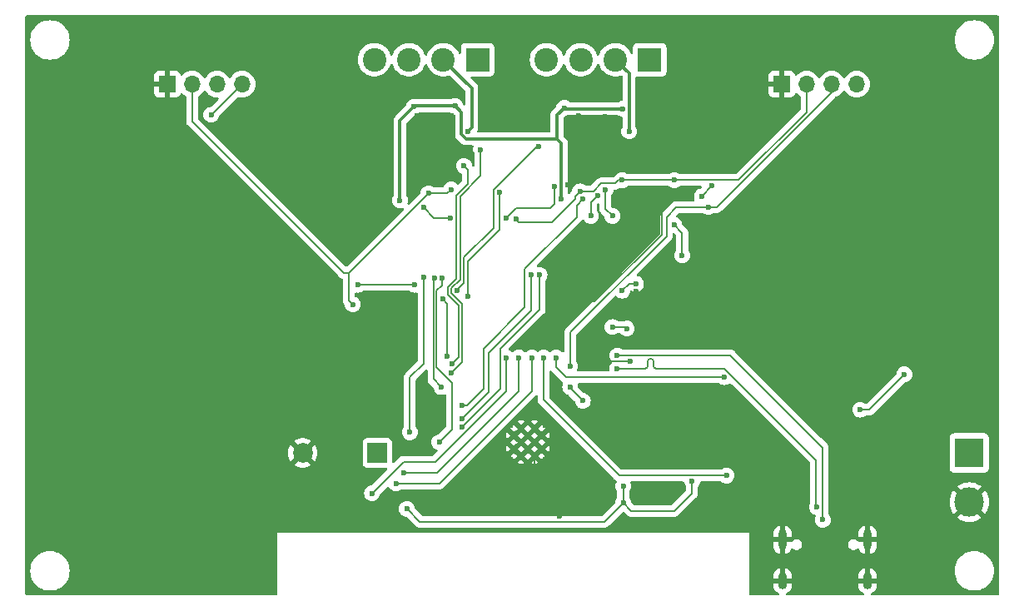
<source format=gbr>
%TF.GenerationSoftware,KiCad,Pcbnew,8.0.8-8.0.8-0~ubuntu22.04.1*%
%TF.CreationDate,2025-01-31T00:32:11-05:00*%
%TF.ProjectId,Electronics,456c6563-7472-46f6-9e69-63732e6b6963,rev?*%
%TF.SameCoordinates,Original*%
%TF.FileFunction,Copper,L2,Bot*%
%TF.FilePolarity,Positive*%
%FSLAX46Y46*%
G04 Gerber Fmt 4.6, Leading zero omitted, Abs format (unit mm)*
G04 Created by KiCad (PCBNEW 8.0.8-8.0.8-0~ubuntu22.04.1) date 2025-01-31 00:32:11*
%MOMM*%
%LPD*%
G01*
G04 APERTURE LIST*
%TA.AperFunction,ComponentPad*%
%ADD10R,1.700000X1.700000*%
%TD*%
%TA.AperFunction,ComponentPad*%
%ADD11O,1.700000X1.700000*%
%TD*%
%TA.AperFunction,ComponentPad*%
%ADD12R,2.400000X2.400000*%
%TD*%
%TA.AperFunction,ComponentPad*%
%ADD13C,2.400000*%
%TD*%
%TA.AperFunction,ComponentPad*%
%ADD14O,0.900000X2.000000*%
%TD*%
%TA.AperFunction,ComponentPad*%
%ADD15O,0.900000X1.700000*%
%TD*%
%TA.AperFunction,ComponentPad*%
%ADD16R,3.000000X3.000000*%
%TD*%
%TA.AperFunction,ComponentPad*%
%ADD17C,3.000000*%
%TD*%
%TA.AperFunction,HeatsinkPad*%
%ADD18C,0.600000*%
%TD*%
%TA.AperFunction,ComponentPad*%
%ADD19R,2.000000X2.000000*%
%TD*%
%TA.AperFunction,ComponentPad*%
%ADD20C,2.000000*%
%TD*%
%TA.AperFunction,ViaPad*%
%ADD21C,0.600000*%
%TD*%
%TA.AperFunction,Conductor*%
%ADD22C,0.200000*%
%TD*%
%TA.AperFunction,Conductor*%
%ADD23C,0.300000*%
%TD*%
G04 APERTURE END LIST*
D10*
%TO.P,U5,1,GND*%
%TO.N,GND*%
X177420000Y-77500000D03*
D11*
%TO.P,U5,2,VCC*%
%TO.N,VCC*%
X179960000Y-77500000D03*
%TO.P,U5,3,SDA*%
%TO.N,/SCL*%
X182500000Y-77500000D03*
%TO.P,U5,4,SCL*%
%TO.N,/SDA*%
X185040000Y-77500000D03*
%TD*%
D12*
%TO.P,J1,1,Pin_1*%
%TO.N,Net-(J1-Pin_1)*%
X164000000Y-75000000D03*
D13*
%TO.P,J1,2,Pin_2*%
%TO.N,Net-(J1-Pin_2)*%
X160500000Y-75000000D03*
%TO.P,J1,3,Pin_3*%
%TO.N,Net-(J1-Pin_3)*%
X157000000Y-75000000D03*
%TO.P,J1,4,Pin_4*%
%TO.N,Net-(J1-Pin_4)*%
X153500000Y-75000000D03*
%TD*%
D14*
%TO.P,P1,S1,SHIELD*%
%TO.N,GND*%
X177500000Y-123830000D03*
D15*
X177500000Y-128000000D03*
D14*
X186140000Y-123830000D03*
D15*
X186140000Y-128000000D03*
%TD*%
D16*
%TO.P,BT1,1,+*%
%TO.N,/BAT*%
X196500000Y-115000000D03*
D17*
%TO.P,BT1,2,-*%
%TO.N,GND*%
X196500000Y-120000000D03*
%TD*%
D10*
%TO.P,U9,1,GND*%
%TO.N,GND*%
X114920000Y-77500000D03*
D11*
%TO.P,U9,2,VCC*%
%TO.N,VCC*%
X117460000Y-77500000D03*
%TO.P,U9,3,SDA*%
%TO.N,/SCL*%
X120000000Y-77500000D03*
%TO.P,U9,4,SCL*%
%TO.N,/SDA*%
X122540000Y-77500000D03*
%TD*%
D18*
%TO.P,U1,41,GND*%
%TO.N,GND*%
X153000000Y-114600000D03*
X153000000Y-113200000D03*
X152300000Y-115300000D03*
X152300000Y-113900000D03*
X152300000Y-112500000D03*
X151600000Y-114600000D03*
X151600000Y-113200000D03*
X150900000Y-115300000D03*
X150900000Y-113900000D03*
X150900000Y-112500000D03*
X150200000Y-114600000D03*
X150200000Y-113200000D03*
%TD*%
D12*
%TO.P,J3,1,Pin_1*%
%TO.N,Net-(J3-Pin_1)*%
X146500000Y-75000000D03*
D13*
%TO.P,J3,2,Pin_2*%
%TO.N,Net-(J3-Pin_2)*%
X143000000Y-75000000D03*
%TO.P,J3,3,Pin_3*%
%TO.N,Net-(J3-Pin_3)*%
X139500000Y-75000000D03*
%TO.P,J3,4,Pin_4*%
%TO.N,Net-(J3-Pin_4)*%
X136000000Y-75000000D03*
%TD*%
D19*
%TO.P,BZ1,1,+*%
%TO.N,/BUZZ*%
X136300000Y-115000000D03*
D20*
%TO.P,BZ1,2,-*%
%TO.N,GND*%
X128700000Y-115000000D03*
%TD*%
D21*
%TO.N,GND*%
X145900000Y-84600000D03*
X155650000Y-87700000D03*
X162000000Y-105700000D03*
X157600000Y-99600000D03*
X155100000Y-98500000D03*
X157400000Y-105700000D03*
X177300000Y-114000000D03*
X165200000Y-86000000D03*
X154800000Y-121400000D03*
X165200000Y-88200000D03*
X140100000Y-102300000D03*
X141550000Y-84500000D03*
X153800000Y-98500000D03*
X164000000Y-111200000D03*
X162600000Y-84800000D03*
X140200000Y-88400000D03*
X162400000Y-115500000D03*
X159500000Y-80800000D03*
X164750000Y-118300000D03*
X156800000Y-80700000D03*
X140300000Y-80700000D03*
X142850000Y-80750000D03*
X186000000Y-121500000D03*
X136550000Y-102350000D03*
X179200000Y-116900000D03*
X162600000Y-98600000D03*
X163700000Y-100200000D03*
X158050000Y-84512500D03*
X164800000Y-120100000D03*
X162100000Y-113100000D03*
%TO.N,/BAT*%
X155300000Y-79900000D03*
X140000000Y-79800000D03*
X144200000Y-79700000D03*
X161250000Y-80000000D03*
X155000000Y-89200000D03*
X138600000Y-89300000D03*
%TO.N,/STEP_CURR*%
X148700000Y-88500000D03*
X145500000Y-99100000D03*
%TO.N,VCC*%
X133787500Y-99887500D03*
X150400000Y-91200000D03*
X161650000Y-102350000D03*
X143800000Y-88200000D03*
X141500000Y-88600000D03*
X167300000Y-94900000D03*
X166500000Y-87250000D03*
X185400000Y-110600000D03*
X189900000Y-107000000D03*
X166500000Y-91800000D03*
X161300000Y-118400000D03*
X139300000Y-120700000D03*
X161200000Y-87250000D03*
X156900000Y-88400000D03*
X161300000Y-120100000D03*
X160200000Y-102200000D03*
X168300000Y-117900000D03*
%TO.N,Net-(J1-Pin_2)*%
X161900000Y-82300000D03*
%TO.N,Net-(J3-Pin_2)*%
X145500000Y-82300000D03*
%TO.N,/D-*%
X181000000Y-120500000D03*
X160700000Y-106400000D03*
%TO.N,/D+*%
X181600000Y-121800000D03*
X160700000Y-105100000D03*
%TO.N,/STEP_L_UART*%
X142873000Y-97173000D03*
X142600000Y-113900000D03*
%TO.N,/STEP_R_UART*%
X159500000Y-88200000D03*
X160200000Y-90900000D03*
%TO.N,/SDA*%
X169300000Y-88900000D03*
X140100000Y-97900000D03*
X162600000Y-97800000D03*
X161200000Y-98500000D03*
X134300000Y-97900000D03*
X119400000Y-80600000D03*
X170350000Y-87850000D03*
%TO.N,/SCL*%
X155900000Y-108300000D03*
X155900000Y-106200000D03*
X143400000Y-105200000D03*
X157200000Y-109700000D03*
X170000000Y-90000000D03*
X142950000Y-99350000D03*
%TO.N,/BTN5*%
X154500000Y-105300000D03*
X171600000Y-107300000D03*
%TO.N,/BTN6*%
X171800000Y-117300000D03*
X153200000Y-105300000D03*
%TO.N,/BTN7*%
X138200000Y-118100000D03*
X152000000Y-105300000D03*
%TO.N,/BTN8*%
X150700000Y-105300000D03*
X139000000Y-117000000D03*
%TO.N,/BTN9*%
X135751470Y-119100000D03*
X149400000Y-105300000D03*
%TO.N,/STEP_R_STEP*%
X144900000Y-110190000D03*
X157209389Y-89200000D03*
%TO.N,/~{STEP_EN}*%
X152700000Y-83800000D03*
X144400000Y-98500000D03*
%TO.N,/STEP_L_DIR*%
X146800000Y-84200000D03*
X143800000Y-106900000D03*
%TO.N,/SPREAD*%
X141000000Y-97100000D03*
X149400000Y-91100000D03*
X139600000Y-112900000D03*
X140975735Y-90024265D03*
X143700000Y-91100000D03*
X154300000Y-87900000D03*
%TO.N,/STEP_R_DIR*%
X151900000Y-96900000D03*
X144900000Y-111500000D03*
%TO.N,/STEP_L_DIAG*%
X142073641Y-97205069D03*
X142800000Y-108300000D03*
%TO.N,/STEP_L_STEP*%
X143925735Y-105925735D03*
X145100000Y-85800000D03*
%TO.N,/STEP_R_DIAG*%
X144875735Y-112375735D03*
X152800000Y-96900000D03*
X158700000Y-88800000D03*
X158000000Y-90900000D03*
%TD*%
D22*
%TO.N,GND*%
X164800000Y-120100000D02*
X164750000Y-120050000D01*
X162000000Y-105700000D02*
X157400000Y-105700000D01*
X162400000Y-115500000D02*
X164000000Y-113900000D01*
X158400000Y-99600000D02*
X165200000Y-92800000D01*
X157600000Y-99600000D02*
X158400000Y-99600000D01*
X152300000Y-118900000D02*
X152300000Y-115300000D01*
X164750000Y-120050000D02*
X164750000Y-118300000D01*
X154800000Y-121400000D02*
X152300000Y-118900000D01*
X165200000Y-92800000D02*
X165200000Y-88200000D01*
X164000000Y-113900000D02*
X164000000Y-111200000D01*
X164800000Y-120100000D02*
X164900000Y-120100000D01*
D23*
%TO.N,/BAT*%
X155000000Y-89200000D02*
X155000000Y-83500000D01*
X144200000Y-79700000D02*
X144850000Y-80350000D01*
X161250000Y-80000000D02*
X155400000Y-80000000D01*
X140000000Y-79800000D02*
X140100000Y-79700000D01*
X144850000Y-80350000D02*
X144850000Y-82569239D01*
X155300000Y-79900000D02*
X154550000Y-80650000D01*
X138600000Y-89300000D02*
X138600000Y-89400000D01*
X145330761Y-83050000D02*
X154550000Y-83050000D01*
X155400000Y-80000000D02*
X155300000Y-79900000D01*
X140000000Y-79800000D02*
X138600000Y-81200000D01*
X144850000Y-82569239D02*
X145330761Y-83050000D01*
X154550000Y-80650000D02*
X154550000Y-83050000D01*
X140100000Y-79700000D02*
X144200000Y-79700000D01*
X155000000Y-83500000D02*
X154550000Y-83050000D01*
X138600000Y-81200000D02*
X138600000Y-89300000D01*
D22*
%TO.N,/STEP_CURR*%
X145500000Y-99100000D02*
X145500000Y-95500000D01*
X145500000Y-95500000D02*
X148700000Y-92300000D01*
X148700000Y-92300000D02*
X148700000Y-88500000D01*
%TO.N,VCC*%
X141500000Y-88600000D02*
X143400000Y-88600000D01*
X139300000Y-120700000D02*
X140600000Y-122000000D01*
X168300000Y-119100000D02*
X166500000Y-120900000D01*
X133400000Y-96700000D02*
X133400000Y-99500000D01*
X117460000Y-77500000D02*
X117460000Y-81260000D01*
X189900000Y-107000000D02*
X186300000Y-110600000D01*
X158251471Y-88400000D02*
X159051471Y-87600000D01*
X141500000Y-88600000D02*
X133400000Y-96700000D01*
X160500000Y-87600000D02*
X160850000Y-87250000D01*
X160200000Y-102200000D02*
X161500000Y-102200000D01*
X186300000Y-110600000D02*
X185400000Y-110600000D01*
X140600000Y-122000000D02*
X159400000Y-122000000D01*
X173050000Y-87250000D02*
X179960000Y-80340000D01*
X156400000Y-88900000D02*
X156400000Y-89160860D01*
X133400000Y-99500000D02*
X133787500Y-99887500D01*
X160850000Y-87250000D02*
X161200000Y-87250000D01*
X156900000Y-88400000D02*
X156400000Y-88900000D01*
X117460000Y-81260000D02*
X132900000Y-96700000D01*
X154060860Y-91500000D02*
X150700000Y-91500000D01*
X156900000Y-88400000D02*
X158251471Y-88400000D01*
X166500000Y-120900000D02*
X162100000Y-120900000D01*
X161500000Y-102200000D02*
X161650000Y-102350000D01*
X167300000Y-94900000D02*
X167300000Y-92600000D01*
X156400000Y-89160860D02*
X154060860Y-91500000D01*
X168300000Y-117900000D02*
X168300000Y-119100000D01*
X162100000Y-120900000D02*
X161300000Y-120100000D01*
X150700000Y-91500000D02*
X150400000Y-91200000D01*
X143400000Y-88600000D02*
X143800000Y-88200000D01*
X179960000Y-80340000D02*
X179960000Y-77500000D01*
X166500000Y-87250000D02*
X173050000Y-87250000D01*
X161200000Y-87250000D02*
X166500000Y-87250000D01*
X167300000Y-92600000D02*
X166500000Y-91800000D01*
X159051471Y-87600000D02*
X160500000Y-87600000D01*
X161300000Y-118400000D02*
X161300000Y-120100000D01*
X159400000Y-122000000D02*
X161300000Y-120100000D01*
X132900000Y-96700000D02*
X133400000Y-96700000D01*
D23*
%TO.N,Net-(J1-Pin_2)*%
X161900000Y-82300000D02*
X161900000Y-76400000D01*
X161900000Y-76400000D02*
X160500000Y-75000000D01*
%TO.N,Net-(J3-Pin_2)*%
X145900000Y-81900000D02*
X145900000Y-77900000D01*
X145500000Y-82300000D02*
X145900000Y-81900000D01*
X145900000Y-77900000D02*
X143000000Y-75000000D01*
D22*
%TO.N,/D-*%
X160700000Y-106400000D02*
X163547469Y-106400000D01*
X163787469Y-106160000D02*
X163787469Y-105690000D01*
X164387469Y-105690000D02*
X164387469Y-106160000D01*
X181000000Y-120500000D02*
X180900000Y-120400000D01*
X164027469Y-105450000D02*
X164147469Y-105450000D01*
X164627469Y-106400000D02*
X164747469Y-106400000D01*
X180900000Y-117065021D02*
X180900000Y-116684304D01*
X180900000Y-120400000D02*
X180900000Y-117065021D01*
X180900000Y-115751471D02*
X180900000Y-116391444D01*
X164747469Y-106400000D02*
X165038883Y-106400000D01*
X180900000Y-116391444D02*
X180900000Y-116684304D01*
X165038883Y-106400000D02*
X171548529Y-106400000D01*
X171548529Y-106400000D02*
X180900000Y-115751471D01*
X164387469Y-106160000D02*
G75*
G03*
X164627469Y-106400031I240031J0D01*
G01*
X164147469Y-105450000D02*
G75*
G02*
X164387500Y-105690000I31J-240000D01*
G01*
X163787469Y-105690000D02*
G75*
G02*
X164027469Y-105449969I240031J0D01*
G01*
X163547469Y-106400000D02*
G75*
G03*
X163787500Y-106160000I31J240000D01*
G01*
%TO.N,/D+*%
X160700000Y-105100000D02*
X165377840Y-105100000D01*
X172200000Y-105100000D02*
X181600000Y-114500000D01*
X181600000Y-114500000D02*
X181600000Y-121800000D01*
X165377840Y-105100000D02*
X166242183Y-105100000D01*
X166242183Y-105100000D02*
X172200000Y-105100000D01*
%TO.N,/STEP_L_UART*%
X142327000Y-98492000D02*
X142327000Y-106275529D01*
X142873000Y-97946000D02*
X142327000Y-98492000D01*
X142873000Y-97173000D02*
X142873000Y-97946000D01*
X143900000Y-107848529D02*
X143900000Y-112600000D01*
X142327000Y-106275529D02*
X143900000Y-107848529D01*
X143900000Y-112600000D02*
X142600000Y-113900000D01*
%TO.N,/STEP_R_UART*%
X159500000Y-90200000D02*
X160200000Y-90900000D01*
X159500000Y-88200000D02*
X159500000Y-90200000D01*
%TO.N,/SDA*%
X119400000Y-80600000D02*
X119440000Y-80600000D01*
X134300000Y-97900000D02*
X140100000Y-97900000D01*
X119440000Y-80600000D02*
X122540000Y-77500000D01*
X161900000Y-97800000D02*
X162600000Y-97800000D01*
X170350000Y-87850000D02*
X169300000Y-88900000D01*
X161200000Y-98500000D02*
X161900000Y-97800000D01*
%TO.N,/SCL*%
X143400000Y-99800000D02*
X142950000Y-99350000D01*
X155900000Y-106200000D02*
X155900000Y-102750000D01*
X142950000Y-99350000D02*
X142900000Y-99300000D01*
X170800000Y-90000000D02*
X182500000Y-78300000D01*
X155900000Y-108400000D02*
X155900000Y-108300000D01*
X165700000Y-92950000D02*
X165700000Y-91000000D01*
X165700000Y-91000000D02*
X166700000Y-90000000D01*
X166700000Y-90000000D02*
X170000000Y-90000000D01*
X170000000Y-90000000D02*
X170800000Y-90000000D01*
X182500000Y-78300000D02*
X182500000Y-77500000D01*
X143400000Y-105200000D02*
X143400000Y-99800000D01*
X155900000Y-102750000D02*
X165700000Y-92950000D01*
X157200000Y-109700000D02*
X155900000Y-108400000D01*
%TO.N,/BTN5*%
X155500000Y-107300000D02*
X171600000Y-107300000D01*
X154500000Y-105300000D02*
X154500000Y-106300000D01*
X154500000Y-106300000D02*
X155500000Y-107300000D01*
%TO.N,/BTN6*%
X153200000Y-109600000D02*
X153200000Y-105300000D01*
X171800000Y-117300000D02*
X160900000Y-117300000D01*
X160900000Y-117300000D02*
X153200000Y-109600000D01*
%TO.N,/BTN7*%
X142600000Y-118100000D02*
X152000000Y-108700000D01*
X138200000Y-118100000D02*
X142600000Y-118100000D01*
X152000000Y-108700000D02*
X152000000Y-105300000D01*
%TO.N,/BTN8*%
X150700000Y-108700000D02*
X150700000Y-105300000D01*
X139000000Y-117000000D02*
X142400000Y-117000000D01*
X142400000Y-117000000D02*
X150700000Y-108700000D01*
%TO.N,/BTN9*%
X135751470Y-119100000D02*
X135751471Y-119100000D01*
X135751471Y-119100000D02*
X138951471Y-115900000D01*
X138951471Y-115900000D02*
X142200000Y-115900000D01*
X142200000Y-115900000D02*
X149400000Y-108700000D01*
X149400000Y-108700000D02*
X149400000Y-105300000D01*
%TO.N,/STEP_R_STEP*%
X147100000Y-108500000D02*
X147100000Y-104400000D01*
X145410000Y-110190000D02*
X147100000Y-108500000D01*
X151300000Y-100200000D02*
X151300000Y-99600000D01*
X156600000Y-91000000D02*
X151300000Y-96300000D01*
X144900000Y-110190000D02*
X145410000Y-110190000D01*
X151300000Y-96300000D02*
X151300000Y-99600000D01*
X157209389Y-89200000D02*
X156600000Y-89809389D01*
X156600000Y-89809389D02*
X156600000Y-91000000D01*
X147100000Y-104400000D02*
X151300000Y-100200000D01*
%TO.N,/~{STEP_EN}*%
X152700000Y-83800000D02*
X152551471Y-83800000D01*
X148100000Y-92100000D02*
X145100000Y-95100000D01*
X152551471Y-83800000D02*
X148100000Y-88251471D01*
X145100000Y-97700000D02*
X144400000Y-98400000D01*
X148100000Y-88251471D02*
X148100000Y-92100000D01*
X144400000Y-98400000D02*
X144400000Y-98500000D01*
X145100000Y-95100000D02*
X145100000Y-97700000D01*
%TO.N,/STEP_L_DIR*%
X143800000Y-98251471D02*
X143800000Y-98748529D01*
X146800000Y-84200000D02*
X146800000Y-86800000D01*
X144900000Y-105800000D02*
X143800000Y-106900000D01*
X144700000Y-88900000D02*
X144700000Y-97351471D01*
X143800000Y-98748529D02*
X144900000Y-99848529D01*
X144900000Y-99848529D02*
X144900000Y-105800000D01*
X146800000Y-86800000D02*
X144700000Y-88900000D01*
X144700000Y-97351471D02*
X143800000Y-98251471D01*
%TO.N,/SPREAD*%
X141000000Y-105900000D02*
X139600000Y-107300000D01*
X142051470Y-91100000D02*
X140975735Y-90024265D01*
X150400000Y-90100000D02*
X149400000Y-91100000D01*
X154300000Y-87900000D02*
X154300000Y-89700000D01*
X154300000Y-89700000D02*
X153900000Y-90100000D01*
X141000000Y-97100000D02*
X141000000Y-105900000D01*
X143700000Y-91100000D02*
X142051470Y-91100000D01*
X153900000Y-90100000D02*
X150400000Y-90100000D01*
X139600000Y-107300000D02*
X139600000Y-112900000D01*
%TO.N,/STEP_R_DIR*%
X147600000Y-108800000D02*
X144900000Y-111500000D01*
X147600000Y-104800000D02*
X147600000Y-108800000D01*
X151900000Y-100500000D02*
X147600000Y-104800000D01*
X151900000Y-96900000D02*
X151900000Y-100500000D01*
%TO.N,/STEP_L_DIAG*%
X142000000Y-107500000D02*
X142800000Y-108300000D01*
X142000000Y-97278710D02*
X142000000Y-107500000D01*
X142073641Y-97205069D02*
X142000000Y-97278710D01*
%TO.N,/STEP_L_STEP*%
X143473000Y-98883977D02*
X143473000Y-98116023D01*
X144573000Y-99983977D02*
X143473000Y-98883977D01*
X144300000Y-97289023D02*
X144300000Y-88800000D01*
X145473000Y-87627000D02*
X145473000Y-86173000D01*
X145473000Y-86173000D02*
X145100000Y-85800000D01*
X143473000Y-98116023D02*
X144300000Y-97289023D01*
X143925735Y-105925735D02*
X144573000Y-105278470D01*
X144573000Y-105278470D02*
X144573000Y-99983977D01*
X144300000Y-88800000D02*
X145473000Y-87627000D01*
%TO.N,/STEP_R_DIAG*%
X158700000Y-88800000D02*
X158000000Y-89500000D01*
X144875735Y-112375735D02*
X145000000Y-112251470D01*
X148800000Y-104400000D02*
X152800000Y-100400000D01*
X152800000Y-100400000D02*
X152800000Y-96900000D01*
X148800000Y-108451470D02*
X148800000Y-104400000D01*
X158000000Y-89500000D02*
X158000000Y-90900000D01*
X145000000Y-112251470D02*
X148800000Y-108451470D01*
%TD*%
%TA.AperFunction,Conductor*%
%TO.N,GND*%
G36*
X167450717Y-117920185D02*
G01*
X167496472Y-117972989D01*
X167506898Y-118010617D01*
X167514630Y-118079249D01*
X167574210Y-118249521D01*
X167574211Y-118249522D01*
X167668760Y-118399996D01*
X167670185Y-118402263D01*
X167672445Y-118405097D01*
X167673334Y-118407275D01*
X167673889Y-118408158D01*
X167673734Y-118408255D01*
X167698855Y-118469783D01*
X167699500Y-118482412D01*
X167699500Y-118799903D01*
X167679815Y-118866942D01*
X167663181Y-118887584D01*
X166287584Y-120263181D01*
X166226261Y-120296666D01*
X166199903Y-120299500D01*
X162400097Y-120299500D01*
X162333058Y-120279815D01*
X162312416Y-120263181D01*
X162130700Y-120081465D01*
X162097215Y-120020142D01*
X162095163Y-120007686D01*
X162085368Y-119920745D01*
X162025789Y-119750478D01*
X161929816Y-119597738D01*
X161929814Y-119597736D01*
X161929813Y-119597734D01*
X161927550Y-119594896D01*
X161926659Y-119592715D01*
X161926111Y-119591842D01*
X161926264Y-119591745D01*
X161901144Y-119530209D01*
X161900500Y-119517587D01*
X161900500Y-118982412D01*
X161920185Y-118915373D01*
X161927555Y-118905097D01*
X161929810Y-118902267D01*
X161929816Y-118902262D01*
X162025789Y-118749522D01*
X162085368Y-118579255D01*
X162085369Y-118579249D01*
X162105565Y-118400003D01*
X162105565Y-118399996D01*
X162085369Y-118220750D01*
X162085367Y-118220742D01*
X162031030Y-118065454D01*
X162027469Y-117995676D01*
X162062198Y-117935048D01*
X162124191Y-117902821D01*
X162148072Y-117900500D01*
X167383678Y-117900500D01*
X167450717Y-117920185D01*
G37*
%TD.AperFunction*%
%TA.AperFunction,Conductor*%
G36*
X165984627Y-87870185D02*
G01*
X165994903Y-87877555D01*
X165997736Y-87879814D01*
X165997738Y-87879816D01*
X166094195Y-87940424D01*
X166141557Y-87970184D01*
X166150478Y-87975789D01*
X166315112Y-88033397D01*
X166320745Y-88035368D01*
X166320750Y-88035369D01*
X166499996Y-88055565D01*
X166500000Y-88055565D01*
X166500004Y-88055565D01*
X166679249Y-88035369D01*
X166679252Y-88035368D01*
X166679255Y-88035368D01*
X166849522Y-87975789D01*
X167002262Y-87879816D01*
X167002267Y-87879810D01*
X167005097Y-87877555D01*
X167007275Y-87876665D01*
X167008158Y-87876111D01*
X167008255Y-87876265D01*
X167069783Y-87851145D01*
X167082412Y-87850500D01*
X169200902Y-87850500D01*
X169267941Y-87870185D01*
X169313696Y-87922989D01*
X169323640Y-87992147D01*
X169294615Y-88055703D01*
X169288577Y-88062187D01*
X169281459Y-88069304D01*
X169220134Y-88102785D01*
X169207668Y-88104837D01*
X169120750Y-88114630D01*
X168950478Y-88174210D01*
X168797737Y-88270184D01*
X168670184Y-88397737D01*
X168574211Y-88550476D01*
X168514631Y-88720745D01*
X168514630Y-88720750D01*
X168494435Y-88899996D01*
X168494435Y-88900003D01*
X168514630Y-89079249D01*
X168514632Y-89079257D01*
X168568970Y-89234546D01*
X168572531Y-89304324D01*
X168537802Y-89364952D01*
X168475809Y-89397179D01*
X168451928Y-89399500D01*
X166786670Y-89399500D01*
X166786654Y-89399499D01*
X166779058Y-89399499D01*
X166620943Y-89399499D01*
X166544579Y-89419961D01*
X166468214Y-89440423D01*
X166468209Y-89440426D01*
X166331290Y-89519475D01*
X166331282Y-89519481D01*
X165219481Y-90631282D01*
X165219479Y-90631285D01*
X165208705Y-90649947D01*
X165179518Y-90700501D01*
X165140423Y-90768215D01*
X165099499Y-90920943D01*
X165099499Y-90920945D01*
X165099499Y-91089046D01*
X165099500Y-91089059D01*
X165099500Y-92649902D01*
X165079815Y-92716941D01*
X165063181Y-92737583D01*
X155419481Y-102381282D01*
X155419480Y-102381284D01*
X155390324Y-102431784D01*
X155340423Y-102518215D01*
X155299499Y-102670943D01*
X155299499Y-102670945D01*
X155299499Y-102839046D01*
X155299500Y-102839059D01*
X155299500Y-104668060D01*
X155279815Y-104735099D01*
X155227011Y-104780854D01*
X155157853Y-104790798D01*
X155094297Y-104761773D01*
X155087819Y-104755741D01*
X155002262Y-104670184D01*
X154849523Y-104574211D01*
X154679254Y-104514631D01*
X154679249Y-104514630D01*
X154500004Y-104494435D01*
X154499996Y-104494435D01*
X154320750Y-104514630D01*
X154320745Y-104514631D01*
X154150476Y-104574211D01*
X153997737Y-104670184D01*
X153937681Y-104730241D01*
X153876358Y-104763726D01*
X153806666Y-104758742D01*
X153762319Y-104730241D01*
X153702262Y-104670184D01*
X153549523Y-104574211D01*
X153379254Y-104514631D01*
X153379249Y-104514630D01*
X153200004Y-104494435D01*
X153199996Y-104494435D01*
X153020750Y-104514630D01*
X153020745Y-104514631D01*
X152850476Y-104574211D01*
X152697737Y-104670184D01*
X152687681Y-104680241D01*
X152626358Y-104713726D01*
X152556666Y-104708742D01*
X152512319Y-104680241D01*
X152502262Y-104670184D01*
X152349523Y-104574211D01*
X152179254Y-104514631D01*
X152179249Y-104514630D01*
X152000004Y-104494435D01*
X151999996Y-104494435D01*
X151820750Y-104514630D01*
X151820745Y-104514631D01*
X151650476Y-104574211D01*
X151497737Y-104670184D01*
X151437681Y-104730241D01*
X151376358Y-104763726D01*
X151306666Y-104758742D01*
X151262319Y-104730241D01*
X151202262Y-104670184D01*
X151049523Y-104574211D01*
X150879254Y-104514631D01*
X150879249Y-104514630D01*
X150700004Y-104494435D01*
X150699996Y-104494435D01*
X150520750Y-104514630D01*
X150520745Y-104514631D01*
X150350476Y-104574211D01*
X150197737Y-104670184D01*
X150137681Y-104730241D01*
X150076358Y-104763726D01*
X150006666Y-104758742D01*
X149962319Y-104730241D01*
X149902262Y-104670184D01*
X149749521Y-104574210D01*
X149732447Y-104568236D01*
X149675671Y-104527514D01*
X149649923Y-104462562D01*
X149663379Y-104394000D01*
X149685717Y-104363516D01*
X153158506Y-100890728D01*
X153158511Y-100890724D01*
X153168714Y-100880520D01*
X153168716Y-100880520D01*
X153280520Y-100768716D01*
X153335857Y-100672868D01*
X153359577Y-100631785D01*
X153400500Y-100479058D01*
X153400500Y-100320943D01*
X153400500Y-97482412D01*
X153420185Y-97415373D01*
X153427555Y-97405097D01*
X153429810Y-97402267D01*
X153429816Y-97402262D01*
X153525789Y-97249522D01*
X153585368Y-97079255D01*
X153585369Y-97079249D01*
X153605565Y-96900003D01*
X153605565Y-96899996D01*
X153585369Y-96720750D01*
X153585368Y-96720745D01*
X153574889Y-96690798D01*
X153525789Y-96550478D01*
X153499581Y-96508769D01*
X153443615Y-96419699D01*
X153429816Y-96397738D01*
X153302262Y-96270184D01*
X153223899Y-96220945D01*
X153149523Y-96174211D01*
X152979254Y-96114631D01*
X152979249Y-96114630D01*
X152800004Y-96094435D01*
X152799996Y-96094435D01*
X152650410Y-96111288D01*
X152581588Y-96099233D01*
X152530209Y-96051884D01*
X152512585Y-95984273D01*
X152534312Y-95917868D01*
X152548841Y-95900392D01*
X156958506Y-91490728D01*
X156958511Y-91490724D01*
X156968714Y-91480520D01*
X156968716Y-91480520D01*
X157080520Y-91368716D01*
X157106238Y-91324169D01*
X157156802Y-91275955D01*
X157225409Y-91262730D01*
X157290274Y-91288697D01*
X157318619Y-91320197D01*
X157370184Y-91402262D01*
X157497738Y-91529816D01*
X157588080Y-91586582D01*
X157642450Y-91620745D01*
X157650478Y-91625789D01*
X157747033Y-91659575D01*
X157820745Y-91685368D01*
X157820750Y-91685369D01*
X157999996Y-91705565D01*
X158000000Y-91705565D01*
X158000004Y-91705565D01*
X158179249Y-91685369D01*
X158179252Y-91685368D01*
X158179255Y-91685368D01*
X158349522Y-91625789D01*
X158502262Y-91529816D01*
X158629816Y-91402262D01*
X158725789Y-91249522D01*
X158785368Y-91079255D01*
X158785390Y-91079060D01*
X158805565Y-90900003D01*
X158805565Y-90899996D01*
X158785369Y-90720750D01*
X158785366Y-90720737D01*
X158726880Y-90553595D01*
X158726466Y-90545504D01*
X158717755Y-90537692D01*
X158677316Y-90473334D01*
X158629816Y-90397738D01*
X158629814Y-90397736D01*
X158629813Y-90397734D01*
X158627550Y-90394896D01*
X158626659Y-90392715D01*
X158626111Y-90391842D01*
X158626264Y-90391745D01*
X158601144Y-90330209D01*
X158600500Y-90317587D01*
X158600500Y-89800097D01*
X158620185Y-89733058D01*
X158636819Y-89712416D01*
X158687819Y-89661416D01*
X158749142Y-89627931D01*
X158818834Y-89632915D01*
X158874767Y-89674787D01*
X158899184Y-89740251D01*
X158899500Y-89749097D01*
X158899500Y-90113330D01*
X158899499Y-90113348D01*
X158899499Y-90120943D01*
X158899499Y-90279057D01*
X158920786Y-90358501D01*
X158942204Y-90438434D01*
X158944683Y-90440370D01*
X158951307Y-90450637D01*
X158962593Y-90470184D01*
X159014204Y-90559577D01*
X159019479Y-90568714D01*
X159019481Y-90568717D01*
X159138349Y-90687585D01*
X159138355Y-90687590D01*
X159369298Y-90918533D01*
X159402783Y-90979856D01*
X159404837Y-90992330D01*
X159414630Y-91079249D01*
X159474210Y-91249521D01*
X159504507Y-91297738D01*
X159570184Y-91402262D01*
X159697738Y-91529816D01*
X159788080Y-91586582D01*
X159842450Y-91620745D01*
X159850478Y-91625789D01*
X159947033Y-91659575D01*
X160020745Y-91685368D01*
X160020750Y-91685369D01*
X160199996Y-91705565D01*
X160200000Y-91705565D01*
X160200004Y-91705565D01*
X160379249Y-91685369D01*
X160379252Y-91685368D01*
X160379255Y-91685368D01*
X160549522Y-91625789D01*
X160702262Y-91529816D01*
X160829816Y-91402262D01*
X160925789Y-91249522D01*
X160985368Y-91079255D01*
X160985390Y-91079060D01*
X161005565Y-90900003D01*
X161005565Y-90899996D01*
X160985369Y-90720750D01*
X160985368Y-90720745D01*
X160956001Y-90636818D01*
X160925789Y-90550478D01*
X160906310Y-90519478D01*
X160876758Y-90472445D01*
X160829816Y-90397738D01*
X160702262Y-90270184D01*
X160621906Y-90219693D01*
X160549521Y-90174210D01*
X160379249Y-90114630D01*
X160292330Y-90104837D01*
X160227916Y-90077770D01*
X160218533Y-90069298D01*
X160136819Y-89987584D01*
X160103334Y-89926261D01*
X160100500Y-89899903D01*
X160100500Y-88782412D01*
X160120185Y-88715373D01*
X160127555Y-88705097D01*
X160129810Y-88702267D01*
X160129816Y-88702262D01*
X160225789Y-88549522D01*
X160285368Y-88379255D01*
X160285369Y-88379249D01*
X160293102Y-88310618D01*
X160320168Y-88246204D01*
X160377763Y-88206649D01*
X160416322Y-88200501D01*
X160579054Y-88200501D01*
X160579057Y-88200501D01*
X160731785Y-88159577D01*
X160781904Y-88130639D01*
X160868716Y-88080520D01*
X160886476Y-88062759D01*
X160947797Y-88029273D01*
X161015112Y-88033397D01*
X161020745Y-88035368D01*
X161080496Y-88042100D01*
X161199996Y-88055565D01*
X161200000Y-88055565D01*
X161200004Y-88055565D01*
X161379249Y-88035369D01*
X161379252Y-88035368D01*
X161379255Y-88035368D01*
X161549522Y-87975789D01*
X161702262Y-87879816D01*
X161702267Y-87879810D01*
X161705097Y-87877555D01*
X161707275Y-87876665D01*
X161708158Y-87876111D01*
X161708255Y-87876265D01*
X161769783Y-87851145D01*
X161782412Y-87850500D01*
X165917588Y-87850500D01*
X165984627Y-87870185D01*
G37*
%TD.AperFunction*%
%TA.AperFunction,Conductor*%
G36*
X143760904Y-80369506D02*
G01*
X143850477Y-80425789D01*
X143850481Y-80425790D01*
X144020737Y-80485366D01*
X144020741Y-80485366D01*
X144020745Y-80485368D01*
X144027974Y-80486182D01*
X144092388Y-80513246D01*
X144101776Y-80521722D01*
X144163181Y-80583127D01*
X144196666Y-80644450D01*
X144199500Y-80670808D01*
X144199500Y-82633308D01*
X144219635Y-82734530D01*
X144224499Y-82758983D01*
X144273535Y-82877366D01*
X144344723Y-82983908D01*
X144344726Y-82983912D01*
X144916087Y-83555273D01*
X144916090Y-83555275D01*
X144916092Y-83555277D01*
X145014073Y-83620745D01*
X145022634Y-83626465D01*
X145141017Y-83675501D01*
X145141021Y-83675501D01*
X145141022Y-83675502D01*
X145266689Y-83700500D01*
X145266692Y-83700500D01*
X145394830Y-83700500D01*
X145951928Y-83700500D01*
X146018967Y-83720185D01*
X146064722Y-83772989D01*
X146074666Y-83842147D01*
X146068970Y-83865454D01*
X146014632Y-84020742D01*
X146014630Y-84020750D01*
X145994435Y-84199996D01*
X145994435Y-84200003D01*
X146014630Y-84379249D01*
X146014631Y-84379254D01*
X146074211Y-84549523D01*
X146170185Y-84702263D01*
X146172445Y-84705097D01*
X146173334Y-84707275D01*
X146173889Y-84708158D01*
X146173734Y-84708255D01*
X146198855Y-84769783D01*
X146199500Y-84782412D01*
X146199500Y-85767559D01*
X146179815Y-85834598D01*
X146127011Y-85880353D01*
X146057853Y-85890297D01*
X145994297Y-85861272D01*
X145968113Y-85829559D01*
X145953522Y-85804287D01*
X145953518Y-85804282D01*
X145930700Y-85781464D01*
X145897215Y-85720141D01*
X145895163Y-85707684D01*
X145885368Y-85620745D01*
X145825789Y-85450478D01*
X145729816Y-85297738D01*
X145602262Y-85170184D01*
X145449523Y-85074211D01*
X145279254Y-85014631D01*
X145279249Y-85014630D01*
X145100004Y-84994435D01*
X145099996Y-84994435D01*
X144920750Y-85014630D01*
X144920745Y-85014631D01*
X144750476Y-85074211D01*
X144597737Y-85170184D01*
X144470184Y-85297737D01*
X144374211Y-85450476D01*
X144314631Y-85620745D01*
X144314630Y-85620750D01*
X144294435Y-85799996D01*
X144294435Y-85800003D01*
X144314630Y-85979249D01*
X144314631Y-85979254D01*
X144374211Y-86149523D01*
X144470184Y-86302262D01*
X144597738Y-86429816D01*
X144688080Y-86486582D01*
X144747966Y-86524211D01*
X144750478Y-86525789D01*
X144789454Y-86539427D01*
X144846230Y-86580149D01*
X144871978Y-86645101D01*
X144872500Y-86656469D01*
X144872500Y-87326902D01*
X144852815Y-87393941D01*
X144836181Y-87414583D01*
X144579102Y-87671662D01*
X144517779Y-87705147D01*
X144448087Y-87700163D01*
X144403740Y-87671662D01*
X144302262Y-87570184D01*
X144149523Y-87474211D01*
X143979254Y-87414631D01*
X143979249Y-87414630D01*
X143800004Y-87394435D01*
X143799996Y-87394435D01*
X143620750Y-87414630D01*
X143620745Y-87414631D01*
X143450476Y-87474211D01*
X143297737Y-87570184D01*
X143170184Y-87697737D01*
X143074210Y-87850478D01*
X143051125Y-87916454D01*
X143010403Y-87973230D01*
X142945451Y-87998978D01*
X142934083Y-87999500D01*
X142082412Y-87999500D01*
X142015373Y-87979815D01*
X142005097Y-87972445D01*
X142002263Y-87970185D01*
X142002262Y-87970184D01*
X141927152Y-87922989D01*
X141849523Y-87874211D01*
X141679254Y-87814631D01*
X141679249Y-87814630D01*
X141500004Y-87794435D01*
X141499996Y-87794435D01*
X141320750Y-87814630D01*
X141320745Y-87814631D01*
X141150476Y-87874211D01*
X140997737Y-87970184D01*
X140870184Y-88097737D01*
X140774210Y-88250478D01*
X140714630Y-88420750D01*
X140704837Y-88507668D01*
X140677770Y-88572082D01*
X140669298Y-88581465D01*
X139561680Y-89689083D01*
X139500357Y-89722568D01*
X139430665Y-89717584D01*
X139374732Y-89675712D01*
X139350315Y-89610248D01*
X139356958Y-89560447D01*
X139385366Y-89479262D01*
X139385369Y-89479249D01*
X139405565Y-89300003D01*
X139405565Y-89299996D01*
X139385369Y-89120750D01*
X139385366Y-89120737D01*
X139325790Y-88950481D01*
X139325789Y-88950478D01*
X139294069Y-88899996D01*
X139269506Y-88860903D01*
X139250500Y-88794931D01*
X139250500Y-81520807D01*
X139270185Y-81453768D01*
X139286815Y-81433130D01*
X140098224Y-80621720D01*
X140159545Y-80588237D01*
X140172019Y-80586183D01*
X140179255Y-80585368D01*
X140349522Y-80525789D01*
X140502262Y-80429816D01*
X140545259Y-80386819D01*
X140606582Y-80353334D01*
X140632940Y-80350500D01*
X143694932Y-80350500D01*
X143760904Y-80369506D01*
G37*
%TD.AperFunction*%
%TA.AperFunction,Conductor*%
G36*
X199442539Y-70520185D02*
G01*
X199488294Y-70572989D01*
X199499500Y-70624500D01*
X199499500Y-129375500D01*
X199479815Y-129442539D01*
X199427011Y-129488294D01*
X199375500Y-129499500D01*
X186591432Y-129499500D01*
X186524393Y-129479815D01*
X186478638Y-129427011D01*
X186468694Y-129357853D01*
X186497719Y-129294297D01*
X186543980Y-129260939D01*
X186589987Y-129241882D01*
X186590000Y-129241875D01*
X186745589Y-129137913D01*
X186745593Y-129137910D01*
X186877910Y-129005593D01*
X186877913Y-129005589D01*
X186981875Y-128850000D01*
X186981880Y-128849991D01*
X187053491Y-128677105D01*
X187053493Y-128677097D01*
X187089999Y-128493571D01*
X187090000Y-128493569D01*
X187090000Y-128250000D01*
X186440000Y-128250000D01*
X186440000Y-127750000D01*
X187090000Y-127750000D01*
X187090000Y-127506430D01*
X187089999Y-127506428D01*
X187053493Y-127322902D01*
X187053491Y-127322894D01*
X186981880Y-127150008D01*
X186981875Y-127149999D01*
X186881647Y-126999998D01*
X194994390Y-126999998D01*
X194994390Y-127000001D01*
X195014804Y-127285433D01*
X195075628Y-127565037D01*
X195075630Y-127565043D01*
X195075631Y-127565046D01*
X195174847Y-127831054D01*
X195175635Y-127833166D01*
X195312770Y-128084309D01*
X195312775Y-128084317D01*
X195484254Y-128313387D01*
X195484270Y-128313405D01*
X195686594Y-128515729D01*
X195686612Y-128515745D01*
X195915682Y-128687224D01*
X195915690Y-128687229D01*
X196166833Y-128824364D01*
X196166832Y-128824364D01*
X196166836Y-128824365D01*
X196166839Y-128824367D01*
X196434954Y-128924369D01*
X196434960Y-128924370D01*
X196434962Y-128924371D01*
X196714566Y-128985195D01*
X196714568Y-128985195D01*
X196714572Y-128985196D01*
X196968220Y-129003337D01*
X196999999Y-129005610D01*
X197000000Y-129005610D01*
X197000001Y-129005610D01*
X197028595Y-129003564D01*
X197285428Y-128985196D01*
X197565046Y-128924369D01*
X197833161Y-128824367D01*
X198084315Y-128687226D01*
X198313395Y-128515739D01*
X198515739Y-128313395D01*
X198687226Y-128084315D01*
X198824367Y-127833161D01*
X198924369Y-127565046D01*
X198941955Y-127484204D01*
X198985195Y-127285433D01*
X198985195Y-127285432D01*
X198985196Y-127285428D01*
X199005610Y-127000000D01*
X198985196Y-126714572D01*
X198924369Y-126434954D01*
X198824367Y-126166839D01*
X198744025Y-126019705D01*
X198687229Y-125915690D01*
X198687224Y-125915682D01*
X198515745Y-125686612D01*
X198515729Y-125686594D01*
X198313405Y-125484270D01*
X198313387Y-125484254D01*
X198084317Y-125312775D01*
X198084309Y-125312770D01*
X197833166Y-125175635D01*
X197833167Y-125175635D01*
X197678400Y-125117910D01*
X197565046Y-125075631D01*
X197565043Y-125075630D01*
X197565037Y-125075628D01*
X197285433Y-125014804D01*
X197000001Y-124994390D01*
X196999999Y-124994390D01*
X196714566Y-125014804D01*
X196434962Y-125075628D01*
X196166833Y-125175635D01*
X195915690Y-125312770D01*
X195915682Y-125312775D01*
X195686612Y-125484254D01*
X195686594Y-125484270D01*
X195484270Y-125686594D01*
X195484254Y-125686612D01*
X195312775Y-125915682D01*
X195312770Y-125915690D01*
X195175635Y-126166833D01*
X195075628Y-126434962D01*
X195014804Y-126714566D01*
X194994390Y-126999998D01*
X186881647Y-126999998D01*
X186877913Y-126994410D01*
X186877910Y-126994406D01*
X186745593Y-126862089D01*
X186745589Y-126862086D01*
X186590000Y-126758124D01*
X186589991Y-126758119D01*
X186417103Y-126686507D01*
X186417100Y-126686506D01*
X186390000Y-126681115D01*
X186390000Y-127433011D01*
X186380060Y-127415795D01*
X186324205Y-127359940D01*
X186255796Y-127320444D01*
X186179496Y-127300000D01*
X186100504Y-127300000D01*
X186024204Y-127320444D01*
X185955795Y-127359940D01*
X185899940Y-127415795D01*
X185890000Y-127433011D01*
X185890000Y-126681116D01*
X185889999Y-126681115D01*
X185862899Y-126686506D01*
X185862896Y-126686507D01*
X185690008Y-126758119D01*
X185689999Y-126758124D01*
X185534410Y-126862086D01*
X185534406Y-126862089D01*
X185402089Y-126994406D01*
X185402086Y-126994410D01*
X185298124Y-127149999D01*
X185298119Y-127150008D01*
X185226508Y-127322894D01*
X185226506Y-127322902D01*
X185190000Y-127506428D01*
X185190000Y-127750000D01*
X185840000Y-127750000D01*
X185840000Y-128250000D01*
X185190000Y-128250000D01*
X185190000Y-128493571D01*
X185226506Y-128677097D01*
X185226508Y-128677105D01*
X185298119Y-128849991D01*
X185298124Y-128850000D01*
X185402086Y-129005589D01*
X185402089Y-129005593D01*
X185534406Y-129137910D01*
X185534410Y-129137913D01*
X185689999Y-129241875D01*
X185690012Y-129241882D01*
X185736020Y-129260939D01*
X185790424Y-129304780D01*
X185812489Y-129371074D01*
X185795210Y-129438773D01*
X185744073Y-129486384D01*
X185688568Y-129499500D01*
X177951432Y-129499500D01*
X177884393Y-129479815D01*
X177838638Y-129427011D01*
X177828694Y-129357853D01*
X177857719Y-129294297D01*
X177903980Y-129260939D01*
X177949987Y-129241882D01*
X177950000Y-129241875D01*
X178105589Y-129137913D01*
X178105593Y-129137910D01*
X178237910Y-129005593D01*
X178237913Y-129005589D01*
X178341875Y-128850000D01*
X178341880Y-128849991D01*
X178413491Y-128677105D01*
X178413493Y-128677097D01*
X178449999Y-128493571D01*
X178450000Y-128493569D01*
X178450000Y-128250000D01*
X177800000Y-128250000D01*
X177800000Y-127750000D01*
X178450000Y-127750000D01*
X178450000Y-127506430D01*
X178449999Y-127506428D01*
X178413493Y-127322902D01*
X178413491Y-127322894D01*
X178341880Y-127150008D01*
X178341875Y-127149999D01*
X178237913Y-126994410D01*
X178237910Y-126994406D01*
X178105593Y-126862089D01*
X178105589Y-126862086D01*
X177950000Y-126758124D01*
X177949991Y-126758119D01*
X177777103Y-126686507D01*
X177777100Y-126686506D01*
X177750000Y-126681115D01*
X177750000Y-127433011D01*
X177740060Y-127415795D01*
X177684205Y-127359940D01*
X177615796Y-127320444D01*
X177539496Y-127300000D01*
X177460504Y-127300000D01*
X177384204Y-127320444D01*
X177315795Y-127359940D01*
X177259940Y-127415795D01*
X177250000Y-127433011D01*
X177250000Y-126681116D01*
X177249999Y-126681115D01*
X177222899Y-126686506D01*
X177222896Y-126686507D01*
X177050008Y-126758119D01*
X177049999Y-126758124D01*
X176894410Y-126862086D01*
X176894406Y-126862089D01*
X176762089Y-126994406D01*
X176762086Y-126994410D01*
X176658124Y-127149999D01*
X176658119Y-127150008D01*
X176586508Y-127322894D01*
X176586506Y-127322902D01*
X176550000Y-127506428D01*
X176550000Y-127750000D01*
X177200000Y-127750000D01*
X177200000Y-128250000D01*
X176550000Y-128250000D01*
X176550000Y-128493571D01*
X176586506Y-128677097D01*
X176586508Y-128677105D01*
X176658119Y-128849991D01*
X176658124Y-128850000D01*
X176762086Y-129005589D01*
X176762089Y-129005593D01*
X176894406Y-129137910D01*
X176894410Y-129137913D01*
X177049999Y-129241875D01*
X177050012Y-129241882D01*
X177096020Y-129260939D01*
X177150424Y-129304780D01*
X177172489Y-129371074D01*
X177155210Y-129438773D01*
X177104073Y-129486384D01*
X177048568Y-129499500D01*
X174224000Y-129499500D01*
X174156961Y-129479815D01*
X174111206Y-129427011D01*
X174100000Y-129375500D01*
X174100000Y-123186428D01*
X176550000Y-123186428D01*
X176550000Y-123580000D01*
X177200000Y-123580000D01*
X177200000Y-124080000D01*
X176550000Y-124080000D01*
X176550000Y-124473571D01*
X176586506Y-124657097D01*
X176586508Y-124657105D01*
X176658119Y-124829991D01*
X176658124Y-124830000D01*
X176762086Y-124985589D01*
X176762089Y-124985593D01*
X176894406Y-125117910D01*
X176894410Y-125117913D01*
X177049999Y-125221875D01*
X177050012Y-125221882D01*
X177222889Y-125293489D01*
X177222896Y-125293491D01*
X177250000Y-125298882D01*
X177250000Y-124546988D01*
X177259940Y-124564205D01*
X177315795Y-124620060D01*
X177384204Y-124659556D01*
X177460504Y-124680000D01*
X177539496Y-124680000D01*
X177615796Y-124659556D01*
X177684205Y-124620060D01*
X177740060Y-124564205D01*
X177750000Y-124546988D01*
X177750000Y-125298881D01*
X177777103Y-125293491D01*
X177777110Y-125293489D01*
X177949987Y-125221882D01*
X177950000Y-125221875D01*
X178105589Y-125117913D01*
X178105593Y-125117910D01*
X178237910Y-124985593D01*
X178237913Y-124985589D01*
X178341875Y-124830000D01*
X178341882Y-124829987D01*
X178367396Y-124768391D01*
X178411236Y-124713987D01*
X178477531Y-124691922D01*
X178545230Y-124709201D01*
X178569638Y-124728162D01*
X178591985Y-124750509D01*
X178591986Y-124750510D01*
X178591988Y-124750511D01*
X178717511Y-124822982D01*
X178717512Y-124822982D01*
X178717515Y-124822984D01*
X178857525Y-124860500D01*
X178857528Y-124860500D01*
X179002472Y-124860500D01*
X179002475Y-124860500D01*
X179142485Y-124822984D01*
X179268015Y-124750509D01*
X179370509Y-124648015D01*
X179442984Y-124522485D01*
X179480500Y-124382475D01*
X179480500Y-124237525D01*
X184159500Y-124237525D01*
X184159500Y-124382475D01*
X184189865Y-124495796D01*
X184197017Y-124522488D01*
X184269488Y-124648011D01*
X184269490Y-124648013D01*
X184269491Y-124648015D01*
X184371985Y-124750509D01*
X184371986Y-124750510D01*
X184371988Y-124750511D01*
X184497511Y-124822982D01*
X184497512Y-124822982D01*
X184497515Y-124822984D01*
X184637525Y-124860500D01*
X184637528Y-124860500D01*
X184782472Y-124860500D01*
X184782475Y-124860500D01*
X184922485Y-124822984D01*
X185048015Y-124750509D01*
X185070363Y-124728160D01*
X185131682Y-124694677D01*
X185201373Y-124699660D01*
X185257308Y-124741531D01*
X185272603Y-124768389D01*
X185298121Y-124829994D01*
X185298124Y-124830000D01*
X185402086Y-124985589D01*
X185402089Y-124985593D01*
X185534406Y-125117910D01*
X185534410Y-125117913D01*
X185689999Y-125221875D01*
X185690012Y-125221882D01*
X185862889Y-125293489D01*
X185862896Y-125293491D01*
X185890000Y-125298882D01*
X185890000Y-124546988D01*
X185899940Y-124564205D01*
X185955795Y-124620060D01*
X186024204Y-124659556D01*
X186100504Y-124680000D01*
X186179496Y-124680000D01*
X186255796Y-124659556D01*
X186324205Y-124620060D01*
X186380060Y-124564205D01*
X186390000Y-124546988D01*
X186390000Y-125298881D01*
X186417103Y-125293491D01*
X186417110Y-125293489D01*
X186589987Y-125221882D01*
X186590000Y-125221875D01*
X186745589Y-125117913D01*
X186745593Y-125117910D01*
X186877910Y-124985593D01*
X186877913Y-124985589D01*
X186981875Y-124830000D01*
X186981880Y-124829991D01*
X187053491Y-124657105D01*
X187053493Y-124657097D01*
X187089999Y-124473571D01*
X187090000Y-124473569D01*
X187090000Y-124080000D01*
X186440000Y-124080000D01*
X186440000Y-123580000D01*
X187090000Y-123580000D01*
X187090000Y-123186430D01*
X187089999Y-123186428D01*
X187053493Y-123002902D01*
X187053491Y-123002894D01*
X186981880Y-122830008D01*
X186981875Y-122829999D01*
X186877913Y-122674410D01*
X186877910Y-122674406D01*
X186745593Y-122542089D01*
X186745589Y-122542086D01*
X186590000Y-122438124D01*
X186589991Y-122438119D01*
X186417103Y-122366507D01*
X186417100Y-122366506D01*
X186390000Y-122361115D01*
X186390000Y-123113011D01*
X186380060Y-123095795D01*
X186324205Y-123039940D01*
X186255796Y-123000444D01*
X186179496Y-122980000D01*
X186100504Y-122980000D01*
X186024204Y-123000444D01*
X185955795Y-123039940D01*
X185899940Y-123095795D01*
X185890000Y-123113011D01*
X185890000Y-122361116D01*
X185889999Y-122361115D01*
X185862899Y-122366506D01*
X185862896Y-122366507D01*
X185690008Y-122438119D01*
X185689999Y-122438124D01*
X185534410Y-122542086D01*
X185534406Y-122542089D01*
X185402089Y-122674406D01*
X185402086Y-122674410D01*
X185298124Y-122829999D01*
X185298119Y-122830008D01*
X185226508Y-123002894D01*
X185226506Y-123002902D01*
X185190000Y-123186428D01*
X185190000Y-123580000D01*
X185840000Y-123580000D01*
X185840000Y-124080000D01*
X185284463Y-124080000D01*
X185217424Y-124060315D01*
X185177076Y-124018000D01*
X185172647Y-124010329D01*
X185150509Y-123971985D01*
X185048015Y-123869491D01*
X185048013Y-123869490D01*
X185048011Y-123869488D01*
X184922488Y-123797017D01*
X184922489Y-123797017D01*
X184911006Y-123793940D01*
X184782475Y-123759500D01*
X184637525Y-123759500D01*
X184508993Y-123793940D01*
X184497511Y-123797017D01*
X184371988Y-123869488D01*
X184371982Y-123869493D01*
X184269493Y-123971982D01*
X184269488Y-123971988D01*
X184197017Y-124097511D01*
X184197016Y-124097515D01*
X184159500Y-124237525D01*
X179480500Y-124237525D01*
X179442984Y-124097515D01*
X179424913Y-124066216D01*
X179370511Y-123971988D01*
X179370506Y-123971982D01*
X179268017Y-123869493D01*
X179268011Y-123869488D01*
X179142488Y-123797017D01*
X179142489Y-123797017D01*
X179131006Y-123793940D01*
X179002475Y-123759500D01*
X178857525Y-123759500D01*
X178728993Y-123793940D01*
X178717511Y-123797017D01*
X178591988Y-123869488D01*
X178591982Y-123869493D01*
X178489493Y-123971982D01*
X178489489Y-123971988D01*
X178462924Y-124018000D01*
X178412357Y-124066216D01*
X178355537Y-124080000D01*
X177800000Y-124080000D01*
X177800000Y-123580000D01*
X178450000Y-123580000D01*
X178450000Y-123186430D01*
X178449999Y-123186428D01*
X178413493Y-123002902D01*
X178413491Y-123002894D01*
X178341880Y-122830008D01*
X178341875Y-122829999D01*
X178237913Y-122674410D01*
X178237910Y-122674406D01*
X178105593Y-122542089D01*
X178105589Y-122542086D01*
X177950000Y-122438124D01*
X177949991Y-122438119D01*
X177777103Y-122366507D01*
X177777100Y-122366506D01*
X177750000Y-122361115D01*
X177750000Y-123113011D01*
X177740060Y-123095795D01*
X177684205Y-123039940D01*
X177615796Y-123000444D01*
X177539496Y-122980000D01*
X177460504Y-122980000D01*
X177384204Y-123000444D01*
X177315795Y-123039940D01*
X177259940Y-123095795D01*
X177250000Y-123113011D01*
X177250000Y-122361116D01*
X177249999Y-122361115D01*
X177222899Y-122366506D01*
X177222896Y-122366507D01*
X177050008Y-122438119D01*
X177049999Y-122438124D01*
X176894410Y-122542086D01*
X176894406Y-122542089D01*
X176762089Y-122674406D01*
X176762086Y-122674410D01*
X176658124Y-122829999D01*
X176658119Y-122830008D01*
X176586508Y-123002894D01*
X176586506Y-123002902D01*
X176550000Y-123186428D01*
X174100000Y-123186428D01*
X174100000Y-123110000D01*
X126100000Y-123110000D01*
X126100000Y-129375500D01*
X126080315Y-129442539D01*
X126027511Y-129488294D01*
X125976000Y-129499500D01*
X100624500Y-129499500D01*
X100557461Y-129479815D01*
X100511706Y-129427011D01*
X100500500Y-129375500D01*
X100500500Y-126999998D01*
X100994390Y-126999998D01*
X100994390Y-127000001D01*
X101014804Y-127285433D01*
X101075628Y-127565037D01*
X101075630Y-127565043D01*
X101075631Y-127565046D01*
X101174847Y-127831054D01*
X101175635Y-127833166D01*
X101312770Y-128084309D01*
X101312775Y-128084317D01*
X101484254Y-128313387D01*
X101484270Y-128313405D01*
X101686594Y-128515729D01*
X101686612Y-128515745D01*
X101915682Y-128687224D01*
X101915690Y-128687229D01*
X102166833Y-128824364D01*
X102166832Y-128824364D01*
X102166836Y-128824365D01*
X102166839Y-128824367D01*
X102434954Y-128924369D01*
X102434960Y-128924370D01*
X102434962Y-128924371D01*
X102714566Y-128985195D01*
X102714568Y-128985195D01*
X102714572Y-128985196D01*
X102968220Y-129003337D01*
X102999999Y-129005610D01*
X103000000Y-129005610D01*
X103000001Y-129005610D01*
X103028595Y-129003564D01*
X103285428Y-128985196D01*
X103565046Y-128924369D01*
X103833161Y-128824367D01*
X104084315Y-128687226D01*
X104313395Y-128515739D01*
X104515739Y-128313395D01*
X104687226Y-128084315D01*
X104824367Y-127833161D01*
X104924369Y-127565046D01*
X104941955Y-127484204D01*
X104985195Y-127285433D01*
X104985195Y-127285432D01*
X104985196Y-127285428D01*
X105005610Y-127000000D01*
X104985196Y-126714572D01*
X104924369Y-126434954D01*
X104824367Y-126166839D01*
X104744025Y-126019705D01*
X104687229Y-125915690D01*
X104687224Y-125915682D01*
X104515745Y-125686612D01*
X104515729Y-125686594D01*
X104313405Y-125484270D01*
X104313387Y-125484254D01*
X104084317Y-125312775D01*
X104084309Y-125312770D01*
X103833166Y-125175635D01*
X103833167Y-125175635D01*
X103678400Y-125117910D01*
X103565046Y-125075631D01*
X103565043Y-125075630D01*
X103565037Y-125075628D01*
X103285433Y-125014804D01*
X103000001Y-124994390D01*
X102999999Y-124994390D01*
X102714566Y-125014804D01*
X102434962Y-125075628D01*
X102166833Y-125175635D01*
X101915690Y-125312770D01*
X101915682Y-125312775D01*
X101686612Y-125484254D01*
X101686594Y-125484270D01*
X101484270Y-125686594D01*
X101484254Y-125686612D01*
X101312775Y-125915682D01*
X101312770Y-125915690D01*
X101175635Y-126166833D01*
X101075628Y-126434962D01*
X101014804Y-126714566D01*
X100994390Y-126999998D01*
X100500500Y-126999998D01*
X100500500Y-114999994D01*
X127194859Y-114999994D01*
X127194859Y-115000005D01*
X127215385Y-115247729D01*
X127215387Y-115247738D01*
X127276412Y-115488717D01*
X127376267Y-115716367D01*
X127476562Y-115869881D01*
X128217037Y-115129408D01*
X128234075Y-115192993D01*
X128299901Y-115307007D01*
X128392993Y-115400099D01*
X128507007Y-115465925D01*
X128570591Y-115482962D01*
X127829943Y-116223609D01*
X127876768Y-116260055D01*
X127876771Y-116260057D01*
X128095385Y-116378364D01*
X128095396Y-116378369D01*
X128330506Y-116459083D01*
X128575707Y-116500000D01*
X128824293Y-116500000D01*
X129069493Y-116459083D01*
X129304603Y-116378369D01*
X129304614Y-116378364D01*
X129523230Y-116260056D01*
X129523236Y-116260051D01*
X129570055Y-116223610D01*
X129570056Y-116223609D01*
X128829408Y-115482962D01*
X128892993Y-115465925D01*
X129007007Y-115400099D01*
X129100099Y-115307007D01*
X129165925Y-115192993D01*
X129182962Y-115129409D01*
X129923435Y-115869882D01*
X130023733Y-115716364D01*
X130123587Y-115488717D01*
X130184612Y-115247738D01*
X130184614Y-115247729D01*
X130205141Y-115000005D01*
X130205141Y-114999994D01*
X130184614Y-114752270D01*
X130184612Y-114752261D01*
X130123587Y-114511282D01*
X130023732Y-114283632D01*
X129923435Y-114130116D01*
X129182962Y-114870590D01*
X129165925Y-114807007D01*
X129100099Y-114692993D01*
X129007007Y-114599901D01*
X128892993Y-114534075D01*
X128829409Y-114517037D01*
X129570055Y-113776389D01*
X129570055Y-113776388D01*
X129523236Y-113739947D01*
X129523231Y-113739944D01*
X129304614Y-113621635D01*
X129304603Y-113621630D01*
X129069493Y-113540916D01*
X128824293Y-113500000D01*
X128575707Y-113500000D01*
X128330506Y-113540916D01*
X128095396Y-113621630D01*
X128095385Y-113621635D01*
X127876770Y-113739943D01*
X127829943Y-113776389D01*
X128570591Y-114517037D01*
X128507007Y-114534075D01*
X128392993Y-114599901D01*
X128299901Y-114692993D01*
X128234075Y-114807007D01*
X128217037Y-114870591D01*
X127476563Y-114130117D01*
X127376267Y-114283633D01*
X127376265Y-114283637D01*
X127276412Y-114511282D01*
X127215387Y-114752261D01*
X127215385Y-114752270D01*
X127194859Y-114999994D01*
X100500500Y-114999994D01*
X100500500Y-76602155D01*
X113570000Y-76602155D01*
X113570000Y-77250000D01*
X114486988Y-77250000D01*
X114454075Y-77307007D01*
X114420000Y-77434174D01*
X114420000Y-77565826D01*
X114454075Y-77692993D01*
X114486988Y-77750000D01*
X113570000Y-77750000D01*
X113570000Y-78397844D01*
X113576401Y-78457372D01*
X113576403Y-78457379D01*
X113626645Y-78592086D01*
X113626649Y-78592093D01*
X113712809Y-78707187D01*
X113712812Y-78707190D01*
X113827906Y-78793350D01*
X113827913Y-78793354D01*
X113962620Y-78843596D01*
X113962627Y-78843598D01*
X114022155Y-78849999D01*
X114022172Y-78850000D01*
X114670000Y-78850000D01*
X114670000Y-77933012D01*
X114727007Y-77965925D01*
X114854174Y-78000000D01*
X114985826Y-78000000D01*
X115112993Y-77965925D01*
X115170000Y-77933012D01*
X115170000Y-78850000D01*
X115817828Y-78850000D01*
X115817844Y-78849999D01*
X115877372Y-78843598D01*
X115877379Y-78843596D01*
X116012086Y-78793354D01*
X116012093Y-78793350D01*
X116127187Y-78707190D01*
X116127190Y-78707187D01*
X116213350Y-78592093D01*
X116213354Y-78592086D01*
X116262422Y-78460529D01*
X116304293Y-78404595D01*
X116369757Y-78380178D01*
X116438030Y-78395030D01*
X116466285Y-78416181D01*
X116588599Y-78538495D01*
X116665135Y-78592086D01*
X116782165Y-78674032D01*
X116782167Y-78674033D01*
X116782170Y-78674035D01*
X116787898Y-78676706D01*
X116840339Y-78722872D01*
X116859500Y-78789090D01*
X116859500Y-81173330D01*
X116859499Y-81173348D01*
X116859499Y-81339054D01*
X116859498Y-81339054D01*
X116859499Y-81339057D01*
X116900423Y-81491785D01*
X116900424Y-81491786D01*
X116913613Y-81514632D01*
X116913614Y-81514633D01*
X116979475Y-81628709D01*
X116979481Y-81628717D01*
X117098349Y-81747585D01*
X117098355Y-81747590D01*
X132415139Y-97064374D01*
X132415149Y-97064385D01*
X132419479Y-97068715D01*
X132419480Y-97068716D01*
X132531284Y-97180520D01*
X132531286Y-97180521D01*
X132531290Y-97180524D01*
X132650800Y-97249522D01*
X132668216Y-97259577D01*
X132707594Y-97270128D01*
X132767253Y-97306491D01*
X132797783Y-97369337D01*
X132799500Y-97389902D01*
X132799500Y-99413330D01*
X132799499Y-99413348D01*
X132799499Y-99579054D01*
X132799498Y-99579054D01*
X132799499Y-99579057D01*
X132839895Y-99729816D01*
X132840424Y-99731787D01*
X132852204Y-99752190D01*
X132852205Y-99752192D01*
X132919477Y-99868712D01*
X132919481Y-99868717D01*
X132956798Y-99906034D01*
X132990283Y-99967357D01*
X132992337Y-99979831D01*
X133002130Y-100066749D01*
X133061710Y-100237021D01*
X133114442Y-100320943D01*
X133157684Y-100389762D01*
X133285238Y-100517316D01*
X133437978Y-100613289D01*
X133608231Y-100672863D01*
X133608245Y-100672868D01*
X133608250Y-100672869D01*
X133787496Y-100693065D01*
X133787500Y-100693065D01*
X133787504Y-100693065D01*
X133966749Y-100672869D01*
X133966752Y-100672868D01*
X133966755Y-100672868D01*
X134137022Y-100613289D01*
X134289762Y-100517316D01*
X134417316Y-100389762D01*
X134513289Y-100237022D01*
X134572868Y-100066755D01*
X134572869Y-100066749D01*
X134593065Y-99887503D01*
X134593065Y-99887496D01*
X134572869Y-99708250D01*
X134572868Y-99708245D01*
X134513288Y-99537976D01*
X134439748Y-99420939D01*
X134417316Y-99385238D01*
X134289762Y-99257684D01*
X134137024Y-99161712D01*
X134137023Y-99161711D01*
X134083544Y-99142998D01*
X134026769Y-99102276D01*
X134001022Y-99037323D01*
X134000500Y-99025957D01*
X134000500Y-98810576D01*
X134020185Y-98743537D01*
X134072989Y-98697782D01*
X134138383Y-98687356D01*
X134299996Y-98705565D01*
X134300000Y-98705565D01*
X134300004Y-98705565D01*
X134479249Y-98685369D01*
X134479252Y-98685368D01*
X134479255Y-98685368D01*
X134649522Y-98625789D01*
X134802262Y-98529816D01*
X134802267Y-98529810D01*
X134805097Y-98527555D01*
X134807275Y-98526665D01*
X134808158Y-98526111D01*
X134808255Y-98526265D01*
X134869783Y-98501145D01*
X134882412Y-98500500D01*
X139517588Y-98500500D01*
X139584627Y-98520185D01*
X139594903Y-98527555D01*
X139597736Y-98529814D01*
X139597738Y-98529816D01*
X139750478Y-98625789D01*
X139800499Y-98643292D01*
X139920745Y-98685368D01*
X139920750Y-98685369D01*
X140099996Y-98705565D01*
X140100000Y-98705565D01*
X140100004Y-98705565D01*
X140261617Y-98687356D01*
X140330439Y-98699411D01*
X140381818Y-98746760D01*
X140399500Y-98810576D01*
X140399500Y-105599902D01*
X140379815Y-105666941D01*
X140363181Y-105687583D01*
X139119482Y-106931281D01*
X139119480Y-106931283D01*
X139119480Y-106931284D01*
X139079513Y-107000509D01*
X139040423Y-107068215D01*
X138999499Y-107220943D01*
X138999499Y-107220945D01*
X138999499Y-107389046D01*
X138999500Y-107389059D01*
X138999500Y-112317587D01*
X138979815Y-112384626D01*
X138972450Y-112394896D01*
X138970186Y-112397734D01*
X138874211Y-112550476D01*
X138814631Y-112720745D01*
X138814630Y-112720750D01*
X138794435Y-112899996D01*
X138794435Y-112900003D01*
X138814630Y-113079249D01*
X138814631Y-113079254D01*
X138874211Y-113249523D01*
X138955654Y-113379138D01*
X138970184Y-113402262D01*
X139097738Y-113529816D01*
X139250478Y-113625789D01*
X139298104Y-113642454D01*
X139420745Y-113685368D01*
X139420750Y-113685369D01*
X139599996Y-113705565D01*
X139600000Y-113705565D01*
X139600004Y-113705565D01*
X139779249Y-113685369D01*
X139779252Y-113685368D01*
X139779255Y-113685368D01*
X139949522Y-113625789D01*
X140102262Y-113529816D01*
X140229816Y-113402262D01*
X140325789Y-113249522D01*
X140385368Y-113079255D01*
X140387965Y-113056206D01*
X140405565Y-112900003D01*
X140405565Y-112899996D01*
X140385369Y-112720750D01*
X140385368Y-112720745D01*
X140325788Y-112550476D01*
X140278152Y-112474665D01*
X140229816Y-112397738D01*
X140229814Y-112397736D01*
X140229813Y-112397734D01*
X140227550Y-112394896D01*
X140226659Y-112392715D01*
X140226111Y-112391842D01*
X140226264Y-112391745D01*
X140201144Y-112330209D01*
X140200500Y-112317587D01*
X140200500Y-107600096D01*
X140220185Y-107533057D01*
X140236814Y-107512419D01*
X141187819Y-106561414D01*
X141249142Y-106527930D01*
X141318834Y-106532914D01*
X141374767Y-106574786D01*
X141399184Y-106640250D01*
X141399500Y-106649096D01*
X141399500Y-107413330D01*
X141399499Y-107413348D01*
X141399499Y-107579054D01*
X141399498Y-107579054D01*
X141399499Y-107579057D01*
X141438816Y-107725789D01*
X141440424Y-107731787D01*
X141457126Y-107760715D01*
X141457127Y-107760717D01*
X141519477Y-107868712D01*
X141519481Y-107868717D01*
X141638349Y-107987585D01*
X141638355Y-107987590D01*
X141969298Y-108318533D01*
X142002783Y-108379856D01*
X142004837Y-108392330D01*
X142014630Y-108479249D01*
X142074210Y-108649521D01*
X142157948Y-108782789D01*
X142170184Y-108802262D01*
X142297738Y-108929816D01*
X142450478Y-109025789D01*
X142577352Y-109070184D01*
X142620745Y-109085368D01*
X142620750Y-109085369D01*
X142799996Y-109105565D01*
X142800000Y-109105565D01*
X142800004Y-109105565D01*
X142979249Y-109085369D01*
X142979251Y-109085368D01*
X142979255Y-109085368D01*
X142979258Y-109085366D01*
X142979262Y-109085366D01*
X143134545Y-109031030D01*
X143204324Y-109027468D01*
X143264951Y-109062196D01*
X143297179Y-109124190D01*
X143299500Y-109148071D01*
X143299500Y-112299902D01*
X143279815Y-112366941D01*
X143263181Y-112387583D01*
X142581465Y-113069298D01*
X142520142Y-113102783D01*
X142507668Y-113104837D01*
X142420750Y-113114630D01*
X142250478Y-113174210D01*
X142097737Y-113270184D01*
X141970184Y-113397737D01*
X141874211Y-113550476D01*
X141814631Y-113720745D01*
X141814630Y-113720750D01*
X141794435Y-113899996D01*
X141794435Y-113900003D01*
X141814630Y-114079249D01*
X141814631Y-114079254D01*
X141874211Y-114249523D01*
X141970181Y-114402257D01*
X141970184Y-114402262D01*
X142097738Y-114529816D01*
X142250478Y-114625789D01*
X142338659Y-114656645D01*
X142341629Y-114657684D01*
X142398405Y-114698406D01*
X142424153Y-114763358D01*
X142410697Y-114831920D01*
X142388356Y-114862407D01*
X141987584Y-115263181D01*
X141926261Y-115296666D01*
X141899903Y-115299500D01*
X138872411Y-115299500D01*
X138831490Y-115310464D01*
X138831490Y-115310465D01*
X138808367Y-115316661D01*
X138719685Y-115340423D01*
X138719680Y-115340426D01*
X138582761Y-115419475D01*
X138582753Y-115419481D01*
X138470949Y-115531286D01*
X138012180Y-115990054D01*
X137950857Y-116023539D01*
X137881165Y-116018555D01*
X137825232Y-115976683D01*
X137800815Y-115911219D01*
X137800499Y-115902399D01*
X137800499Y-113952128D01*
X137794091Y-113892517D01*
X137759584Y-113800000D01*
X137743797Y-113757671D01*
X137743793Y-113757664D01*
X137657547Y-113642455D01*
X137657544Y-113642452D01*
X137542335Y-113556206D01*
X137542328Y-113556202D01*
X137407482Y-113505908D01*
X137407483Y-113505908D01*
X137347883Y-113499501D01*
X137347881Y-113499500D01*
X137347873Y-113499500D01*
X137347864Y-113499500D01*
X135252129Y-113499500D01*
X135252123Y-113499501D01*
X135192516Y-113505908D01*
X135057671Y-113556202D01*
X135057664Y-113556206D01*
X134942455Y-113642452D01*
X134942452Y-113642455D01*
X134856206Y-113757664D01*
X134856202Y-113757671D01*
X134805908Y-113892517D01*
X134799501Y-113952116D01*
X134799501Y-113952123D01*
X134799500Y-113952135D01*
X134799500Y-116047870D01*
X134799501Y-116047876D01*
X134805908Y-116107483D01*
X134856202Y-116242328D01*
X134856206Y-116242335D01*
X134942452Y-116357544D01*
X134942455Y-116357547D01*
X135057664Y-116443793D01*
X135057671Y-116443797D01*
X135192517Y-116494091D01*
X135192516Y-116494091D01*
X135199444Y-116494835D01*
X135252127Y-116500500D01*
X137202373Y-116500499D01*
X137269412Y-116520184D01*
X137315167Y-116572987D01*
X137325111Y-116642146D01*
X137296086Y-116705702D01*
X137290054Y-116712180D01*
X135732936Y-118269298D01*
X135671613Y-118302783D01*
X135659139Y-118304837D01*
X135572220Y-118314630D01*
X135401948Y-118374210D01*
X135249207Y-118470184D01*
X135121654Y-118597737D01*
X135025681Y-118750476D01*
X134966101Y-118920745D01*
X134966100Y-118920750D01*
X134945905Y-119099996D01*
X134945905Y-119100003D01*
X134966100Y-119279249D01*
X134966101Y-119279254D01*
X135025681Y-119449523D01*
X135114404Y-119590724D01*
X135121654Y-119602262D01*
X135249208Y-119729816D01*
X135401948Y-119825789D01*
X135572215Y-119885368D01*
X135572220Y-119885369D01*
X135751466Y-119905565D01*
X135751470Y-119905565D01*
X135751474Y-119905565D01*
X135930719Y-119885369D01*
X135930722Y-119885368D01*
X135930725Y-119885368D01*
X136100992Y-119825789D01*
X136253732Y-119729816D01*
X136381286Y-119602262D01*
X136477259Y-119449522D01*
X136536838Y-119279255D01*
X136546631Y-119192329D01*
X136573696Y-119127919D01*
X136582160Y-119118544D01*
X137278202Y-118422502D01*
X137339523Y-118389019D01*
X137409215Y-118394003D01*
X137465148Y-118435875D01*
X137470875Y-118444213D01*
X137486271Y-118468716D01*
X137570184Y-118602262D01*
X137697738Y-118729816D01*
X137850478Y-118825789D01*
X137968087Y-118866942D01*
X138020745Y-118885368D01*
X138020750Y-118885369D01*
X138199996Y-118905565D01*
X138200000Y-118905565D01*
X138200004Y-118905565D01*
X138379249Y-118885369D01*
X138379252Y-118885368D01*
X138379255Y-118885368D01*
X138549522Y-118825789D01*
X138702262Y-118729816D01*
X138702267Y-118729810D01*
X138705097Y-118727555D01*
X138707275Y-118726665D01*
X138708158Y-118726111D01*
X138708255Y-118726265D01*
X138769783Y-118701145D01*
X138782412Y-118700500D01*
X142513331Y-118700500D01*
X142513347Y-118700501D01*
X142520943Y-118700501D01*
X142679054Y-118700501D01*
X142679057Y-118700501D01*
X142831785Y-118659577D01*
X142901233Y-118619481D01*
X142968716Y-118580520D01*
X143080520Y-118468716D01*
X143080520Y-118468714D01*
X143090724Y-118458511D01*
X143090728Y-118458506D01*
X145532574Y-116016660D01*
X150536891Y-116016660D01*
X150550697Y-116025335D01*
X150550701Y-116025337D01*
X150720858Y-116084877D01*
X150720861Y-116084878D01*
X150899997Y-116105062D01*
X150900003Y-116105062D01*
X151079138Y-116084878D01*
X151249307Y-116025333D01*
X151263107Y-116016661D01*
X151263107Y-116016660D01*
X151936891Y-116016660D01*
X151950697Y-116025335D01*
X151950701Y-116025337D01*
X152120858Y-116084877D01*
X152120861Y-116084878D01*
X152299997Y-116105062D01*
X152300003Y-116105062D01*
X152479138Y-116084878D01*
X152649307Y-116025333D01*
X152663107Y-116016661D01*
X152663107Y-116016660D01*
X152300001Y-115653553D01*
X152300000Y-115653553D01*
X151936891Y-116016660D01*
X151263107Y-116016660D01*
X150900001Y-115653553D01*
X150900000Y-115653553D01*
X150536891Y-116016660D01*
X145532574Y-116016660D01*
X146232574Y-115316660D01*
X149836891Y-115316660D01*
X149850697Y-115325335D01*
X149850701Y-115325337D01*
X150020859Y-115384878D01*
X150021644Y-115385057D01*
X150022099Y-115385311D01*
X150027430Y-115387177D01*
X150027103Y-115388110D01*
X150082623Y-115419166D01*
X150111952Y-115472875D01*
X150112823Y-115472571D01*
X150114672Y-115477855D01*
X150114940Y-115478346D01*
X150115120Y-115479137D01*
X150174662Y-115649298D01*
X150174667Y-115649308D01*
X150183338Y-115663108D01*
X150546446Y-115300001D01*
X150546446Y-115299999D01*
X150526556Y-115280109D01*
X150800000Y-115280109D01*
X150800000Y-115319891D01*
X150815224Y-115356645D01*
X150843355Y-115384776D01*
X150880109Y-115400000D01*
X150919891Y-115400000D01*
X150956645Y-115384776D01*
X150984776Y-115356645D01*
X151000000Y-115319891D01*
X151000000Y-115300000D01*
X151253552Y-115300000D01*
X151600000Y-115646446D01*
X151600001Y-115646446D01*
X151946446Y-115300001D01*
X151946446Y-115299999D01*
X151926556Y-115280109D01*
X152200000Y-115280109D01*
X152200000Y-115319891D01*
X152215224Y-115356645D01*
X152243355Y-115384776D01*
X152280109Y-115400000D01*
X152319891Y-115400000D01*
X152356645Y-115384776D01*
X152384776Y-115356645D01*
X152400000Y-115319891D01*
X152400000Y-115300000D01*
X152653553Y-115300000D01*
X153016660Y-115663107D01*
X153016661Y-115663107D01*
X153025333Y-115649307D01*
X153084877Y-115479141D01*
X153085056Y-115478358D01*
X153085310Y-115477902D01*
X153087177Y-115472569D01*
X153088111Y-115472895D01*
X153119164Y-115417379D01*
X153172874Y-115388050D01*
X153172569Y-115387177D01*
X153177871Y-115385321D01*
X153178358Y-115385056D01*
X153179141Y-115384877D01*
X153349307Y-115325333D01*
X153363107Y-115316661D01*
X153363107Y-115316660D01*
X153000000Y-114953553D01*
X152653553Y-115300000D01*
X152400000Y-115300000D01*
X152400000Y-115280109D01*
X152384776Y-115243355D01*
X152356645Y-115215224D01*
X152319891Y-115200000D01*
X152280109Y-115200000D01*
X152243355Y-115215224D01*
X152215224Y-115243355D01*
X152200000Y-115280109D01*
X151926556Y-115280109D01*
X151600000Y-114953553D01*
X151253552Y-115300000D01*
X151000000Y-115300000D01*
X151000000Y-115280109D01*
X150984776Y-115243355D01*
X150956645Y-115215224D01*
X150919891Y-115200000D01*
X150880109Y-115200000D01*
X150843355Y-115215224D01*
X150815224Y-115243355D01*
X150800000Y-115280109D01*
X150526556Y-115280109D01*
X150369670Y-115123223D01*
X150200001Y-114953553D01*
X150200000Y-114953553D01*
X149836891Y-115316660D01*
X146232574Y-115316660D01*
X146949237Y-114599997D01*
X149394938Y-114599997D01*
X149394938Y-114600002D01*
X149415121Y-114779138D01*
X149415122Y-114779141D01*
X149474662Y-114949298D01*
X149474667Y-114949308D01*
X149483338Y-114963108D01*
X149846446Y-114600001D01*
X149846446Y-114599999D01*
X149826556Y-114580109D01*
X150100000Y-114580109D01*
X150100000Y-114619891D01*
X150115224Y-114656645D01*
X150143355Y-114684776D01*
X150180109Y-114700000D01*
X150219891Y-114700000D01*
X150256645Y-114684776D01*
X150284776Y-114656645D01*
X150300000Y-114619891D01*
X150300000Y-114600000D01*
X150553553Y-114600000D01*
X150705815Y-114752262D01*
X150900000Y-114946446D01*
X151094185Y-114752262D01*
X151246446Y-114600000D01*
X151246446Y-114599999D01*
X151226556Y-114580109D01*
X151500000Y-114580109D01*
X151500000Y-114619891D01*
X151515224Y-114656645D01*
X151543355Y-114684776D01*
X151580109Y-114700000D01*
X151619891Y-114700000D01*
X151656645Y-114684776D01*
X151684776Y-114656645D01*
X151700000Y-114619891D01*
X151700000Y-114600000D01*
X151953553Y-114600000D01*
X152105815Y-114752262D01*
X152300000Y-114946446D01*
X152494185Y-114752262D01*
X152646446Y-114600000D01*
X152646446Y-114599999D01*
X152626556Y-114580109D01*
X152900000Y-114580109D01*
X152900000Y-114619891D01*
X152915224Y-114656645D01*
X152943355Y-114684776D01*
X152980109Y-114700000D01*
X153019891Y-114700000D01*
X153056645Y-114684776D01*
X153084776Y-114656645D01*
X153100000Y-114619891D01*
X153100000Y-114599999D01*
X153353553Y-114599999D01*
X153353553Y-114600000D01*
X153716660Y-114963107D01*
X153716661Y-114963107D01*
X153725333Y-114949307D01*
X153784878Y-114779138D01*
X153805062Y-114600002D01*
X153805062Y-114599997D01*
X153784878Y-114420861D01*
X153784877Y-114420857D01*
X153725337Y-114250701D01*
X153725335Y-114250697D01*
X153716660Y-114236891D01*
X153353553Y-114599999D01*
X153100000Y-114599999D01*
X153100000Y-114580109D01*
X153084776Y-114543355D01*
X153056645Y-114515224D01*
X153019891Y-114500000D01*
X152980109Y-114500000D01*
X152943355Y-114515224D01*
X152915224Y-114543355D01*
X152900000Y-114580109D01*
X152626556Y-114580109D01*
X152300000Y-114253553D01*
X151953553Y-114600000D01*
X151700000Y-114600000D01*
X151700000Y-114580109D01*
X151684776Y-114543355D01*
X151656645Y-114515224D01*
X151619891Y-114500000D01*
X151580109Y-114500000D01*
X151543355Y-114515224D01*
X151515224Y-114543355D01*
X151500000Y-114580109D01*
X151226556Y-114580109D01*
X150900000Y-114253553D01*
X150553553Y-114600000D01*
X150300000Y-114600000D01*
X150300000Y-114580109D01*
X150284776Y-114543355D01*
X150256645Y-114515224D01*
X150219891Y-114500000D01*
X150180109Y-114500000D01*
X150143355Y-114515224D01*
X150115224Y-114543355D01*
X150100000Y-114580109D01*
X149826556Y-114580109D01*
X149483338Y-114236890D01*
X149483338Y-114236891D01*
X149474664Y-114250696D01*
X149415123Y-114420857D01*
X149415121Y-114420861D01*
X149394938Y-114599997D01*
X146949237Y-114599997D01*
X147649234Y-113900000D01*
X149853553Y-113900000D01*
X150200000Y-114246446D01*
X150200001Y-114246446D01*
X150373223Y-114073223D01*
X150546446Y-113900000D01*
X150546446Y-113899999D01*
X150526556Y-113880109D01*
X150800000Y-113880109D01*
X150800000Y-113919891D01*
X150815224Y-113956645D01*
X150843355Y-113984776D01*
X150880109Y-114000000D01*
X150919891Y-114000000D01*
X150956645Y-113984776D01*
X150984776Y-113956645D01*
X151000000Y-113919891D01*
X151000000Y-113900000D01*
X151253553Y-113900000D01*
X151426776Y-114073223D01*
X151600000Y-114246446D01*
X151600001Y-114246446D01*
X151773223Y-114073223D01*
X151946446Y-113900000D01*
X151946446Y-113899999D01*
X151926556Y-113880109D01*
X152200000Y-113880109D01*
X152200000Y-113919891D01*
X152215224Y-113956645D01*
X152243355Y-113984776D01*
X152280109Y-114000000D01*
X152319891Y-114000000D01*
X152356645Y-113984776D01*
X152384776Y-113956645D01*
X152400000Y-113919891D01*
X152400000Y-113900000D01*
X152653553Y-113900000D01*
X152826776Y-114073223D01*
X153000000Y-114246446D01*
X153000001Y-114246446D01*
X153346446Y-113900001D01*
X153346446Y-113899999D01*
X153000001Y-113553553D01*
X153000000Y-113553553D01*
X152653553Y-113900000D01*
X152400000Y-113900000D01*
X152400000Y-113880109D01*
X152384776Y-113843355D01*
X152356645Y-113815224D01*
X152319891Y-113800000D01*
X152280109Y-113800000D01*
X152243355Y-113815224D01*
X152215224Y-113843355D01*
X152200000Y-113880109D01*
X151926556Y-113880109D01*
X151600000Y-113553553D01*
X151253553Y-113900000D01*
X151000000Y-113900000D01*
X151000000Y-113880109D01*
X150984776Y-113843355D01*
X150956645Y-113815224D01*
X150919891Y-113800000D01*
X150880109Y-113800000D01*
X150843355Y-113815224D01*
X150815224Y-113843355D01*
X150800000Y-113880109D01*
X150526556Y-113880109D01*
X150200000Y-113553553D01*
X149853553Y-113900000D01*
X147649234Y-113900000D01*
X148349237Y-113199997D01*
X149394938Y-113199997D01*
X149394938Y-113200002D01*
X149415121Y-113379138D01*
X149415122Y-113379141D01*
X149474662Y-113549298D01*
X149474667Y-113549308D01*
X149483338Y-113563108D01*
X149846446Y-113200001D01*
X149846446Y-113199999D01*
X149826556Y-113180109D01*
X150100000Y-113180109D01*
X150100000Y-113219891D01*
X150115224Y-113256645D01*
X150143355Y-113284776D01*
X150180109Y-113300000D01*
X150219891Y-113300000D01*
X150256645Y-113284776D01*
X150284776Y-113256645D01*
X150300000Y-113219891D01*
X150300000Y-113200000D01*
X150553553Y-113200000D01*
X150726776Y-113373223D01*
X150900000Y-113546446D01*
X150900001Y-113546446D01*
X151073223Y-113373223D01*
X151246446Y-113200000D01*
X151246446Y-113199999D01*
X151226556Y-113180109D01*
X151500000Y-113180109D01*
X151500000Y-113219891D01*
X151515224Y-113256645D01*
X151543355Y-113284776D01*
X151580109Y-113300000D01*
X151619891Y-113300000D01*
X151656645Y-113284776D01*
X151684776Y-113256645D01*
X151700000Y-113219891D01*
X151700000Y-113200000D01*
X151953553Y-113200000D01*
X152126776Y-113373223D01*
X152300000Y-113546446D01*
X152300001Y-113546446D01*
X152473223Y-113373223D01*
X152646446Y-113200000D01*
X152646446Y-113199999D01*
X152626556Y-113180109D01*
X152900000Y-113180109D01*
X152900000Y-113219891D01*
X152915224Y-113256645D01*
X152943355Y-113284776D01*
X152980109Y-113300000D01*
X153019891Y-113300000D01*
X153056645Y-113284776D01*
X153084776Y-113256645D01*
X153100000Y-113219891D01*
X153100000Y-113199999D01*
X153353553Y-113199999D01*
X153353553Y-113200000D01*
X153716660Y-113563107D01*
X153716661Y-113563107D01*
X153725333Y-113549307D01*
X153784878Y-113379138D01*
X153805062Y-113200002D01*
X153805062Y-113199997D01*
X153784878Y-113020861D01*
X153784877Y-113020858D01*
X153725337Y-112850701D01*
X153725335Y-112850697D01*
X153716660Y-112836891D01*
X153353553Y-113199999D01*
X153100000Y-113199999D01*
X153100000Y-113180109D01*
X153084776Y-113143355D01*
X153056645Y-113115224D01*
X153019891Y-113100000D01*
X152980109Y-113100000D01*
X152943355Y-113115224D01*
X152915224Y-113143355D01*
X152900000Y-113180109D01*
X152626556Y-113180109D01*
X152300000Y-112853553D01*
X151953553Y-113200000D01*
X151700000Y-113200000D01*
X151700000Y-113180109D01*
X151684776Y-113143355D01*
X151656645Y-113115224D01*
X151619891Y-113100000D01*
X151580109Y-113100000D01*
X151543355Y-113115224D01*
X151515224Y-113143355D01*
X151500000Y-113180109D01*
X151226556Y-113180109D01*
X150900000Y-112853553D01*
X150553553Y-113200000D01*
X150300000Y-113200000D01*
X150300000Y-113180109D01*
X150284776Y-113143355D01*
X150256645Y-113115224D01*
X150219891Y-113100000D01*
X150180109Y-113100000D01*
X150143355Y-113115224D01*
X150115224Y-113143355D01*
X150100000Y-113180109D01*
X149826556Y-113180109D01*
X149483338Y-112836890D01*
X149483338Y-112836891D01*
X149474664Y-112850696D01*
X149415122Y-113020858D01*
X149415121Y-113020861D01*
X149394938Y-113199997D01*
X148349237Y-113199997D01*
X149065896Y-112483338D01*
X149836890Y-112483338D01*
X150200000Y-112846446D01*
X150200001Y-112846446D01*
X150373223Y-112673223D01*
X150546446Y-112500000D01*
X150546446Y-112499999D01*
X150526556Y-112480109D01*
X150800000Y-112480109D01*
X150800000Y-112519891D01*
X150815224Y-112556645D01*
X150843355Y-112584776D01*
X150880109Y-112600000D01*
X150919891Y-112600000D01*
X150956645Y-112584776D01*
X150984776Y-112556645D01*
X151000000Y-112519891D01*
X151000000Y-112500000D01*
X151253553Y-112500000D01*
X151426776Y-112673223D01*
X151600000Y-112846446D01*
X151600001Y-112846446D01*
X151773223Y-112673223D01*
X151946446Y-112500000D01*
X151946446Y-112499999D01*
X151926556Y-112480109D01*
X152200000Y-112480109D01*
X152200000Y-112519891D01*
X152215224Y-112556645D01*
X152243355Y-112584776D01*
X152280109Y-112600000D01*
X152319891Y-112600000D01*
X152356645Y-112584776D01*
X152384776Y-112556645D01*
X152400000Y-112519891D01*
X152400000Y-112499999D01*
X152653553Y-112499999D01*
X152653553Y-112500000D01*
X152826776Y-112673223D01*
X153000000Y-112846446D01*
X153000001Y-112846446D01*
X153363108Y-112483338D01*
X153363108Y-112483337D01*
X153349308Y-112474667D01*
X153349298Y-112474662D01*
X153179137Y-112415120D01*
X153178346Y-112414940D01*
X153177886Y-112414683D01*
X153172571Y-112412823D01*
X153172896Y-112411891D01*
X153117370Y-112380827D01*
X153088049Y-112327124D01*
X153087177Y-112327430D01*
X153085322Y-112322130D01*
X153085057Y-112321644D01*
X153084878Y-112320859D01*
X153025337Y-112150701D01*
X153025335Y-112150697D01*
X153016660Y-112136891D01*
X152653553Y-112499999D01*
X152400000Y-112499999D01*
X152400000Y-112480109D01*
X152384776Y-112443355D01*
X152356645Y-112415224D01*
X152319891Y-112400000D01*
X152280109Y-112400000D01*
X152243355Y-112415224D01*
X152215224Y-112443355D01*
X152200000Y-112480109D01*
X151926556Y-112480109D01*
X151600001Y-112153553D01*
X151600000Y-112153553D01*
X151253553Y-112500000D01*
X151000000Y-112500000D01*
X151000000Y-112480109D01*
X150984776Y-112443355D01*
X150956645Y-112415224D01*
X150919891Y-112400000D01*
X150880109Y-112400000D01*
X150843355Y-112415224D01*
X150815224Y-112443355D01*
X150800000Y-112480109D01*
X150526556Y-112480109D01*
X150183338Y-112136890D01*
X150183338Y-112136891D01*
X150174665Y-112150695D01*
X150115118Y-112320869D01*
X150114939Y-112321656D01*
X150114683Y-112322112D01*
X150112823Y-112327430D01*
X150111890Y-112327103D01*
X150080824Y-112382631D01*
X150027125Y-112411952D01*
X150027430Y-112412823D01*
X150022143Y-112414672D01*
X150021656Y-112414939D01*
X150020869Y-112415118D01*
X149850695Y-112474665D01*
X149836891Y-112483338D01*
X149836890Y-112483338D01*
X149065896Y-112483338D01*
X149765896Y-111783338D01*
X150536890Y-111783338D01*
X150900000Y-112146446D01*
X150900001Y-112146446D01*
X151263108Y-111783338D01*
X151936890Y-111783338D01*
X152300000Y-112146446D01*
X152300001Y-112146446D01*
X152663108Y-111783338D01*
X152663108Y-111783337D01*
X152649308Y-111774667D01*
X152649298Y-111774662D01*
X152479141Y-111715122D01*
X152479138Y-111715121D01*
X152300003Y-111694938D01*
X152299997Y-111694938D01*
X152120861Y-111715121D01*
X152120858Y-111715122D01*
X151950696Y-111774664D01*
X151936891Y-111783338D01*
X151936890Y-111783338D01*
X151263108Y-111783338D01*
X151263108Y-111783337D01*
X151249308Y-111774667D01*
X151249298Y-111774662D01*
X151079141Y-111715122D01*
X151079138Y-111715121D01*
X150900003Y-111694938D01*
X150899997Y-111694938D01*
X150720861Y-111715121D01*
X150720858Y-111715122D01*
X150550696Y-111774664D01*
X150536891Y-111783338D01*
X150536890Y-111783338D01*
X149765896Y-111783338D01*
X152358506Y-109190728D01*
X152358511Y-109190724D01*
X152368715Y-109180520D01*
X152368716Y-109180520D01*
X152387819Y-109161417D01*
X152449142Y-109127932D01*
X152518834Y-109132916D01*
X152574767Y-109174788D01*
X152599184Y-109240252D01*
X152599500Y-109249098D01*
X152599500Y-109513330D01*
X152599499Y-109513348D01*
X152599499Y-109679054D01*
X152599498Y-109679054D01*
X152640422Y-109831783D01*
X152645442Y-109840478D01*
X152719477Y-109968712D01*
X152719481Y-109968717D01*
X152838349Y-110087585D01*
X152838355Y-110087590D01*
X160415139Y-117664374D01*
X160415149Y-117664385D01*
X160419479Y-117668715D01*
X160419480Y-117668716D01*
X160531284Y-117780520D01*
X160575774Y-117806206D01*
X160623989Y-117856772D01*
X160637213Y-117925379D01*
X160618768Y-117979565D01*
X160574211Y-118050476D01*
X160514631Y-118220745D01*
X160514630Y-118220750D01*
X160494435Y-118399996D01*
X160494435Y-118400003D01*
X160514630Y-118579249D01*
X160514631Y-118579254D01*
X160574211Y-118749523D01*
X160622132Y-118825788D01*
X160659569Y-118885369D01*
X160670185Y-118902263D01*
X160672445Y-118905097D01*
X160673334Y-118907275D01*
X160673889Y-118908158D01*
X160673734Y-118908255D01*
X160698855Y-118969783D01*
X160699500Y-118982412D01*
X160699500Y-119517587D01*
X160679815Y-119584626D01*
X160672450Y-119594896D01*
X160670186Y-119597734D01*
X160574210Y-119750478D01*
X160514630Y-119920750D01*
X160504837Y-120007667D01*
X160477770Y-120072081D01*
X160469298Y-120081464D01*
X159187584Y-121363181D01*
X159126261Y-121396666D01*
X159099903Y-121399500D01*
X140900098Y-121399500D01*
X140833059Y-121379815D01*
X140812417Y-121363181D01*
X140130700Y-120681465D01*
X140097215Y-120620142D01*
X140095163Y-120607686D01*
X140085368Y-120520745D01*
X140025789Y-120350478D01*
X139929816Y-120197738D01*
X139802262Y-120070184D01*
X139722621Y-120020142D01*
X139649523Y-119974211D01*
X139479254Y-119914631D01*
X139479249Y-119914630D01*
X139300004Y-119894435D01*
X139299996Y-119894435D01*
X139120750Y-119914630D01*
X139120745Y-119914631D01*
X138950476Y-119974211D01*
X138797737Y-120070184D01*
X138670184Y-120197737D01*
X138574211Y-120350476D01*
X138514631Y-120520745D01*
X138514630Y-120520750D01*
X138494435Y-120699996D01*
X138494435Y-120700003D01*
X138514630Y-120879249D01*
X138514631Y-120879254D01*
X138574211Y-121049523D01*
X138624662Y-121129815D01*
X138670184Y-121202262D01*
X138797738Y-121329816D01*
X138950478Y-121425789D01*
X139120745Y-121485368D01*
X139207669Y-121495161D01*
X139272080Y-121522226D01*
X139281464Y-121530699D01*
X140231284Y-122480520D01*
X140231286Y-122480521D01*
X140231290Y-122480524D01*
X140368209Y-122559573D01*
X140368212Y-122559575D01*
X140368216Y-122559577D01*
X140520943Y-122600501D01*
X140520945Y-122600501D01*
X140686654Y-122600501D01*
X140686670Y-122600500D01*
X159313331Y-122600500D01*
X159313347Y-122600501D01*
X159320943Y-122600501D01*
X159479054Y-122600501D01*
X159479057Y-122600501D01*
X159631785Y-122559577D01*
X159690307Y-122525789D01*
X159768716Y-122480520D01*
X159880520Y-122368716D01*
X159880520Y-122368714D01*
X159890724Y-122358511D01*
X159890727Y-122358506D01*
X161212322Y-121036912D01*
X161273641Y-121003430D01*
X161343333Y-121008414D01*
X161387680Y-121036915D01*
X161615139Y-121264374D01*
X161615149Y-121264385D01*
X161619479Y-121268715D01*
X161619480Y-121268716D01*
X161731284Y-121380520D01*
X161809693Y-121425789D01*
X161868215Y-121459577D01*
X162020943Y-121500501D01*
X162020946Y-121500501D01*
X162186653Y-121500501D01*
X162186669Y-121500500D01*
X166413331Y-121500500D01*
X166413347Y-121500501D01*
X166420943Y-121500501D01*
X166579054Y-121500501D01*
X166579057Y-121500501D01*
X166731785Y-121459577D01*
X166790307Y-121425789D01*
X166868716Y-121380520D01*
X166980520Y-121268716D01*
X166980520Y-121268714D01*
X166990724Y-121258511D01*
X166990728Y-121258506D01*
X168658506Y-119590728D01*
X168658511Y-119590724D01*
X168668714Y-119580520D01*
X168668716Y-119580520D01*
X168780520Y-119468716D01*
X168859577Y-119331784D01*
X168900500Y-119179057D01*
X168900500Y-118482412D01*
X168920185Y-118415373D01*
X168927555Y-118405097D01*
X168929810Y-118402267D01*
X168929816Y-118402262D01*
X169025789Y-118249522D01*
X169085368Y-118079255D01*
X169085723Y-118076109D01*
X169093102Y-118010617D01*
X169120168Y-117946203D01*
X169177763Y-117906648D01*
X169216322Y-117900500D01*
X171217588Y-117900500D01*
X171284627Y-117920185D01*
X171294903Y-117927555D01*
X171297736Y-117929814D01*
X171297738Y-117929816D01*
X171450478Y-118025789D01*
X171563834Y-118065454D01*
X171620745Y-118085368D01*
X171620750Y-118085369D01*
X171799996Y-118105565D01*
X171800000Y-118105565D01*
X171800004Y-118105565D01*
X171979249Y-118085369D01*
X171979252Y-118085368D01*
X171979255Y-118085368D01*
X172149522Y-118025789D01*
X172302262Y-117929816D01*
X172429816Y-117802262D01*
X172525789Y-117649522D01*
X172585368Y-117479255D01*
X172605565Y-117300000D01*
X172585368Y-117120745D01*
X172525789Y-116950478D01*
X172521590Y-116943796D01*
X172486582Y-116888080D01*
X172429816Y-116797738D01*
X172302262Y-116670184D01*
X172257640Y-116642146D01*
X172149523Y-116574211D01*
X171979254Y-116514631D01*
X171979249Y-116514630D01*
X171800004Y-116494435D01*
X171799996Y-116494435D01*
X171620750Y-116514630D01*
X171620745Y-116514631D01*
X171450476Y-116574211D01*
X171297736Y-116670185D01*
X171294903Y-116672445D01*
X171292724Y-116673334D01*
X171291842Y-116673889D01*
X171291744Y-116673734D01*
X171230217Y-116698855D01*
X171217588Y-116699500D01*
X161200097Y-116699500D01*
X161133058Y-116679815D01*
X161112416Y-116663181D01*
X153836819Y-109387584D01*
X153803334Y-109326261D01*
X153800500Y-109299903D01*
X153800500Y-106748627D01*
X153820185Y-106681588D01*
X153872989Y-106635833D01*
X153942147Y-106625889D01*
X154005703Y-106654914D01*
X154013505Y-106663196D01*
X154013733Y-106662969D01*
X154138349Y-106787585D01*
X154138354Y-106787589D01*
X155131284Y-107780520D01*
X155131286Y-107780521D01*
X155137735Y-107785470D01*
X155136638Y-107786899D01*
X155177880Y-107830149D01*
X155191105Y-107898756D01*
X155175864Y-107943548D01*
X155177231Y-107944206D01*
X155174210Y-107950478D01*
X155114633Y-108120737D01*
X155114630Y-108120750D01*
X155094435Y-108299996D01*
X155094435Y-108300003D01*
X155114630Y-108479249D01*
X155114631Y-108479254D01*
X155174211Y-108649523D01*
X155257948Y-108782789D01*
X155270184Y-108802262D01*
X155397738Y-108929816D01*
X155550478Y-109025789D01*
X155717704Y-109084303D01*
X155764428Y-109113663D01*
X156369298Y-109718533D01*
X156402783Y-109779856D01*
X156404837Y-109792330D01*
X156414630Y-109879249D01*
X156474210Y-110049521D01*
X156504507Y-110097738D01*
X156570184Y-110202262D01*
X156697738Y-110329816D01*
X156788080Y-110386582D01*
X156842450Y-110420745D01*
X156850478Y-110425789D01*
X157020745Y-110485368D01*
X157020750Y-110485369D01*
X157199996Y-110505565D01*
X157200000Y-110505565D01*
X157200004Y-110505565D01*
X157379249Y-110485369D01*
X157379252Y-110485368D01*
X157379255Y-110485368D01*
X157549522Y-110425789D01*
X157702262Y-110329816D01*
X157829816Y-110202262D01*
X157925789Y-110049522D01*
X157985368Y-109879255D01*
X157985369Y-109879249D01*
X158005565Y-109700003D01*
X158005565Y-109699996D01*
X157985369Y-109520750D01*
X157985368Y-109520745D01*
X157949666Y-109418715D01*
X157925789Y-109350478D01*
X157910572Y-109326261D01*
X157886582Y-109288080D01*
X157829816Y-109197738D01*
X157702262Y-109070184D01*
X157631608Y-109025789D01*
X157549521Y-108974210D01*
X157379249Y-108914630D01*
X157292330Y-108904837D01*
X157227916Y-108877770D01*
X157218533Y-108869298D01*
X156741884Y-108392649D01*
X156708399Y-108331326D01*
X156705565Y-108304968D01*
X156705565Y-108299997D01*
X156685369Y-108120750D01*
X156685366Y-108120737D01*
X156666022Y-108065455D01*
X156662460Y-107995676D01*
X156697188Y-107935049D01*
X156759182Y-107902821D01*
X156783063Y-107900500D01*
X171017588Y-107900500D01*
X171084627Y-107920185D01*
X171094903Y-107927555D01*
X171097736Y-107929814D01*
X171097738Y-107929816D01*
X171250478Y-108025789D01*
X171363837Y-108065455D01*
X171420745Y-108085368D01*
X171420750Y-108085369D01*
X171599996Y-108105565D01*
X171600000Y-108105565D01*
X171600004Y-108105565D01*
X171779249Y-108085369D01*
X171779252Y-108085368D01*
X171779255Y-108085368D01*
X171949522Y-108025789D01*
X172096433Y-107933478D01*
X172163668Y-107914478D01*
X172230503Y-107934845D01*
X172250085Y-107950791D01*
X180263181Y-115963887D01*
X180296666Y-116025210D01*
X180299500Y-116051568D01*
X180299500Y-120074507D01*
X180280494Y-120140478D01*
X180274209Y-120150479D01*
X180214633Y-120320737D01*
X180214630Y-120320750D01*
X180194435Y-120499996D01*
X180194435Y-120500003D01*
X180214630Y-120679249D01*
X180214631Y-120679254D01*
X180274211Y-120849523D01*
X180305928Y-120900000D01*
X180370184Y-121002262D01*
X180497738Y-121129816D01*
X180650478Y-121225789D01*
X180803576Y-121279360D01*
X180860352Y-121320082D01*
X180886100Y-121385034D01*
X180875542Y-121443567D01*
X180876510Y-121443906D01*
X180874387Y-121449970D01*
X180874348Y-121450192D01*
X180874210Y-121450477D01*
X180814633Y-121620737D01*
X180814630Y-121620750D01*
X180794435Y-121799996D01*
X180794435Y-121800003D01*
X180814630Y-121979249D01*
X180814631Y-121979254D01*
X180874211Y-122149523D01*
X180970184Y-122302262D01*
X181097738Y-122429816D01*
X181250478Y-122525789D01*
X181297061Y-122542089D01*
X181420745Y-122585368D01*
X181420750Y-122585369D01*
X181599996Y-122605565D01*
X181600000Y-122605565D01*
X181600004Y-122605565D01*
X181779249Y-122585369D01*
X181779252Y-122585368D01*
X181779255Y-122585368D01*
X181949522Y-122525789D01*
X182102262Y-122429816D01*
X182229816Y-122302262D01*
X182325789Y-122149522D01*
X182385368Y-121979255D01*
X182391606Y-121923890D01*
X182405565Y-121800003D01*
X182405565Y-121799996D01*
X182385369Y-121620750D01*
X182385368Y-121620745D01*
X182341424Y-121495160D01*
X182325789Y-121450478D01*
X182325609Y-121450192D01*
X182281388Y-121379815D01*
X182229816Y-121297738D01*
X182229814Y-121297736D01*
X182229813Y-121297734D01*
X182227550Y-121294896D01*
X182226659Y-121292715D01*
X182226111Y-121291842D01*
X182226264Y-121291745D01*
X182201144Y-121230209D01*
X182200500Y-121217587D01*
X182200500Y-119999998D01*
X194494891Y-119999998D01*
X194494891Y-120000001D01*
X194515300Y-120285362D01*
X194576109Y-120564895D01*
X194676091Y-120832958D01*
X194813191Y-121084038D01*
X194813196Y-121084046D01*
X194919882Y-121226562D01*
X194919883Y-121226563D01*
X195709522Y-120436924D01*
X195800924Y-120573717D01*
X195926283Y-120699076D01*
X196063074Y-120790477D01*
X195273435Y-121580115D01*
X195273436Y-121580116D01*
X195415953Y-121686803D01*
X195415961Y-121686808D01*
X195667042Y-121823908D01*
X195667041Y-121823908D01*
X195935104Y-121923890D01*
X196214637Y-121984699D01*
X196499999Y-122005109D01*
X196500001Y-122005109D01*
X196785362Y-121984699D01*
X197064895Y-121923890D01*
X197332958Y-121823908D01*
X197584038Y-121686808D01*
X197584039Y-121686807D01*
X197726563Y-121580115D01*
X196936924Y-120790477D01*
X197073717Y-120699076D01*
X197199076Y-120573717D01*
X197290477Y-120436924D01*
X198080115Y-121226563D01*
X198186807Y-121084039D01*
X198186808Y-121084038D01*
X198323908Y-120832958D01*
X198423890Y-120564895D01*
X198484699Y-120285362D01*
X198505109Y-120000001D01*
X198505109Y-119999998D01*
X198484699Y-119714637D01*
X198423890Y-119435104D01*
X198323908Y-119167041D01*
X198186808Y-118915961D01*
X198186803Y-118915953D01*
X198080116Y-118773436D01*
X198080115Y-118773435D01*
X197290476Y-119563074D01*
X197199076Y-119426283D01*
X197073717Y-119300924D01*
X196936923Y-119209522D01*
X197726563Y-118419883D01*
X197726562Y-118419882D01*
X197584046Y-118313196D01*
X197584038Y-118313191D01*
X197332957Y-118176091D01*
X197332958Y-118176091D01*
X197064895Y-118076109D01*
X196785362Y-118015300D01*
X196500001Y-117994891D01*
X196499999Y-117994891D01*
X196214637Y-118015300D01*
X195935104Y-118076109D01*
X195667041Y-118176091D01*
X195415961Y-118313191D01*
X195415953Y-118313196D01*
X195273435Y-118419882D01*
X196063075Y-119209522D01*
X195926283Y-119300924D01*
X195800924Y-119426283D01*
X195709522Y-119563075D01*
X194919882Y-118773435D01*
X194813196Y-118915953D01*
X194813191Y-118915961D01*
X194676091Y-119167041D01*
X194576109Y-119435104D01*
X194515300Y-119714637D01*
X194494891Y-119999998D01*
X182200500Y-119999998D01*
X182200500Y-114420943D01*
X182195494Y-114402263D01*
X182195494Y-114402262D01*
X182184765Y-114362218D01*
X182159577Y-114268216D01*
X182149465Y-114250701D01*
X182080524Y-114131290D01*
X182080521Y-114131286D01*
X182080520Y-114131284D01*
X181968716Y-114019480D01*
X181968715Y-114019479D01*
X181964385Y-114015149D01*
X181964374Y-114015139D01*
X181401370Y-113452135D01*
X194499500Y-113452135D01*
X194499500Y-116547870D01*
X194499501Y-116547876D01*
X194505908Y-116607483D01*
X194556202Y-116742328D01*
X194556206Y-116742335D01*
X194642452Y-116857544D01*
X194642455Y-116857547D01*
X194757664Y-116943793D01*
X194757671Y-116943797D01*
X194892517Y-116994091D01*
X194892516Y-116994091D01*
X194899444Y-116994835D01*
X194952127Y-117000500D01*
X198047872Y-117000499D01*
X198107483Y-116994091D01*
X198242331Y-116943796D01*
X198357546Y-116857546D01*
X198443796Y-116742331D01*
X198494091Y-116607483D01*
X198500500Y-116547873D01*
X198500499Y-113452128D01*
X198494091Y-113392517D01*
X198459584Y-113300000D01*
X198443797Y-113257671D01*
X198443793Y-113257664D01*
X198357547Y-113142455D01*
X198357544Y-113142452D01*
X198242335Y-113056206D01*
X198242328Y-113056202D01*
X198107482Y-113005908D01*
X198107483Y-113005908D01*
X198047883Y-112999501D01*
X198047881Y-112999500D01*
X198047873Y-112999500D01*
X198047864Y-112999500D01*
X194952129Y-112999500D01*
X194952123Y-112999501D01*
X194892516Y-113005908D01*
X194757671Y-113056202D01*
X194757664Y-113056206D01*
X194642455Y-113142452D01*
X194642452Y-113142455D01*
X194556206Y-113257664D01*
X194556202Y-113257671D01*
X194505908Y-113392517D01*
X194499501Y-113452116D01*
X194499501Y-113452123D01*
X194499500Y-113452135D01*
X181401370Y-113452135D01*
X178549231Y-110599996D01*
X184594435Y-110599996D01*
X184594435Y-110600003D01*
X184614630Y-110779249D01*
X184614631Y-110779254D01*
X184674211Y-110949523D01*
X184770184Y-111102262D01*
X184897738Y-111229816D01*
X185050478Y-111325789D01*
X185220745Y-111385368D01*
X185220750Y-111385369D01*
X185399996Y-111405565D01*
X185400000Y-111405565D01*
X185400004Y-111405565D01*
X185579249Y-111385369D01*
X185579252Y-111385368D01*
X185579255Y-111385368D01*
X185749522Y-111325789D01*
X185902262Y-111229816D01*
X185902267Y-111229810D01*
X185905097Y-111227555D01*
X185907275Y-111226665D01*
X185908158Y-111226111D01*
X185908255Y-111226265D01*
X185969783Y-111201145D01*
X185982412Y-111200500D01*
X186213331Y-111200500D01*
X186213347Y-111200501D01*
X186220943Y-111200501D01*
X186379054Y-111200501D01*
X186379057Y-111200501D01*
X186531785Y-111159577D01*
X186581904Y-111130639D01*
X186668716Y-111080520D01*
X186780520Y-110968716D01*
X186780520Y-110968714D01*
X186790728Y-110958507D01*
X186790730Y-110958504D01*
X189918535Y-107830698D01*
X189979856Y-107797215D01*
X189992311Y-107795163D01*
X190079255Y-107785368D01*
X190249522Y-107725789D01*
X190402262Y-107629816D01*
X190529816Y-107502262D01*
X190625789Y-107349522D01*
X190685368Y-107179255D01*
X190685369Y-107179249D01*
X190705565Y-107000003D01*
X190705565Y-106999996D01*
X190685369Y-106820750D01*
X190685368Y-106820745D01*
X190660133Y-106748627D01*
X190625789Y-106650478D01*
X190619362Y-106640250D01*
X190581037Y-106579255D01*
X190529816Y-106497738D01*
X190402262Y-106370184D01*
X190341806Y-106332197D01*
X190249523Y-106274211D01*
X190079254Y-106214631D01*
X190079249Y-106214630D01*
X189900004Y-106194435D01*
X189899996Y-106194435D01*
X189720750Y-106214630D01*
X189720745Y-106214631D01*
X189550476Y-106274211D01*
X189397737Y-106370184D01*
X189270184Y-106497737D01*
X189174210Y-106650478D01*
X189114630Y-106820750D01*
X189104837Y-106907668D01*
X189077770Y-106972082D01*
X189069298Y-106981465D01*
X186087584Y-109963181D01*
X186026261Y-109996666D01*
X185999903Y-109999500D01*
X185982412Y-109999500D01*
X185915373Y-109979815D01*
X185905097Y-109972445D01*
X185902263Y-109970185D01*
X185902262Y-109970184D01*
X185845496Y-109934515D01*
X185749523Y-109874211D01*
X185579254Y-109814631D01*
X185579249Y-109814630D01*
X185400004Y-109794435D01*
X185399996Y-109794435D01*
X185220750Y-109814630D01*
X185220745Y-109814631D01*
X185050476Y-109874211D01*
X184897737Y-109970184D01*
X184770184Y-110097737D01*
X184674211Y-110250476D01*
X184614631Y-110420745D01*
X184614630Y-110420750D01*
X184594435Y-110599996D01*
X178549231Y-110599996D01*
X172687590Y-104738355D01*
X172687588Y-104738352D01*
X172568717Y-104619481D01*
X172568709Y-104619475D01*
X172466936Y-104560717D01*
X172466934Y-104560716D01*
X172431790Y-104540425D01*
X172431789Y-104540424D01*
X172419263Y-104537067D01*
X172279057Y-104499499D01*
X172120943Y-104499499D01*
X172113347Y-104499499D01*
X172113331Y-104499500D01*
X161282412Y-104499500D01*
X161215373Y-104479815D01*
X161205097Y-104472445D01*
X161202263Y-104470185D01*
X161202262Y-104470184D01*
X161145496Y-104434515D01*
X161049523Y-104374211D01*
X160879254Y-104314631D01*
X160879249Y-104314630D01*
X160700004Y-104294435D01*
X160699996Y-104294435D01*
X160520750Y-104314630D01*
X160520745Y-104314631D01*
X160350476Y-104374211D01*
X160197737Y-104470184D01*
X160070184Y-104597737D01*
X159974211Y-104750476D01*
X159914631Y-104920745D01*
X159914630Y-104920750D01*
X159894435Y-105099996D01*
X159894435Y-105100003D01*
X159914630Y-105279249D01*
X159914631Y-105279254D01*
X159974211Y-105449523D01*
X160070184Y-105602262D01*
X160130241Y-105662319D01*
X160163726Y-105723642D01*
X160158742Y-105793334D01*
X160130241Y-105837681D01*
X160070184Y-105897737D01*
X159974211Y-106050476D01*
X159914631Y-106220745D01*
X159914630Y-106220750D01*
X159894435Y-106399996D01*
X159894435Y-106400003D01*
X159912644Y-106561617D01*
X159900589Y-106630439D01*
X159853240Y-106681818D01*
X159789424Y-106699500D01*
X156748072Y-106699500D01*
X156681033Y-106679815D01*
X156635278Y-106627011D01*
X156625334Y-106557853D01*
X156631030Y-106534546D01*
X156685367Y-106379257D01*
X156685368Y-106379255D01*
X156685369Y-106379249D01*
X156705565Y-106200003D01*
X156705565Y-106199996D01*
X156685369Y-106020750D01*
X156685368Y-106020745D01*
X156642326Y-105897738D01*
X156625789Y-105850478D01*
X156529816Y-105697738D01*
X156529814Y-105697736D01*
X156529813Y-105697734D01*
X156527550Y-105694896D01*
X156526659Y-105692715D01*
X156526111Y-105691842D01*
X156526264Y-105691745D01*
X156501144Y-105630209D01*
X156500500Y-105617587D01*
X156500500Y-103050096D01*
X156520185Y-102983057D01*
X156536814Y-102962420D01*
X157299238Y-102199996D01*
X159394435Y-102199996D01*
X159394435Y-102200003D01*
X159414630Y-102379249D01*
X159414631Y-102379254D01*
X159474211Y-102549523D01*
X159550505Y-102670943D01*
X159570184Y-102702262D01*
X159697738Y-102829816D01*
X159850478Y-102925789D01*
X160004878Y-102979816D01*
X160020745Y-102985368D01*
X160020750Y-102985369D01*
X160199996Y-103005565D01*
X160200000Y-103005565D01*
X160200004Y-103005565D01*
X160379249Y-102985369D01*
X160379252Y-102985368D01*
X160379255Y-102985368D01*
X160549522Y-102925789D01*
X160702262Y-102829816D01*
X160702267Y-102829810D01*
X160705097Y-102827555D01*
X160707275Y-102826665D01*
X160708158Y-102826111D01*
X160708255Y-102826265D01*
X160769783Y-102801145D01*
X160782412Y-102800500D01*
X160919190Y-102800500D01*
X160986229Y-102820185D01*
X161016135Y-102847185D01*
X161020183Y-102852261D01*
X161020184Y-102852262D01*
X161147738Y-102979816D01*
X161300478Y-103075789D01*
X161470745Y-103135368D01*
X161470750Y-103135369D01*
X161649996Y-103155565D01*
X161650000Y-103155565D01*
X161650004Y-103155565D01*
X161829249Y-103135369D01*
X161829252Y-103135368D01*
X161829255Y-103135368D01*
X161999522Y-103075789D01*
X162152262Y-102979816D01*
X162279816Y-102852262D01*
X162375789Y-102699522D01*
X162435368Y-102529255D01*
X162446350Y-102431785D01*
X162455565Y-102350003D01*
X162455565Y-102349996D01*
X162435369Y-102170750D01*
X162435368Y-102170745D01*
X162382882Y-102020750D01*
X162375789Y-102000478D01*
X162279816Y-101847738D01*
X162152262Y-101720184D01*
X161999523Y-101624211D01*
X161829254Y-101564631D01*
X161829249Y-101564630D01*
X161650004Y-101544435D01*
X161649996Y-101544435D01*
X161470750Y-101564630D01*
X161470745Y-101564631D01*
X161390983Y-101592542D01*
X161350028Y-101599500D01*
X160782412Y-101599500D01*
X160715373Y-101579815D01*
X160705097Y-101572445D01*
X160702263Y-101570185D01*
X160702262Y-101570184D01*
X160645496Y-101534515D01*
X160549523Y-101474211D01*
X160379254Y-101414631D01*
X160379249Y-101414630D01*
X160200004Y-101394435D01*
X160199996Y-101394435D01*
X160020750Y-101414630D01*
X160020745Y-101414631D01*
X159850476Y-101474211D01*
X159697737Y-101570184D01*
X159570184Y-101697737D01*
X159474211Y-101850476D01*
X159414631Y-102020745D01*
X159414630Y-102020750D01*
X159394435Y-102199996D01*
X157299238Y-102199996D01*
X160445897Y-99053336D01*
X160507220Y-99019852D01*
X160576912Y-99024836D01*
X160621259Y-99053337D01*
X160697738Y-99129816D01*
X160850478Y-99225789D01*
X160941629Y-99257684D01*
X161020745Y-99285368D01*
X161020750Y-99285369D01*
X161199996Y-99305565D01*
X161200000Y-99305565D01*
X161200004Y-99305565D01*
X161379249Y-99285369D01*
X161379252Y-99285368D01*
X161379255Y-99285368D01*
X161549522Y-99225789D01*
X161702262Y-99129816D01*
X161829816Y-99002262D01*
X161925789Y-98849522D01*
X161985368Y-98679255D01*
X161995161Y-98592329D01*
X162022226Y-98527918D01*
X162030690Y-98518543D01*
X162041130Y-98508103D01*
X162102451Y-98474620D01*
X162172143Y-98479604D01*
X162194782Y-98490793D01*
X162250478Y-98525789D01*
X162255525Y-98527555D01*
X162420737Y-98585366D01*
X162420743Y-98585367D01*
X162420745Y-98585368D01*
X162420746Y-98585368D01*
X162420750Y-98585369D01*
X162599996Y-98605565D01*
X162600000Y-98605565D01*
X162600004Y-98605565D01*
X162779249Y-98585369D01*
X162779252Y-98585368D01*
X162779255Y-98585368D01*
X162949522Y-98525789D01*
X163102262Y-98429816D01*
X163229816Y-98302262D01*
X163325789Y-98149522D01*
X163385368Y-97979255D01*
X163405565Y-97800000D01*
X163385368Y-97620745D01*
X163325789Y-97450478D01*
X163313913Y-97431578D01*
X163230923Y-97299500D01*
X163229816Y-97297738D01*
X163102262Y-97170184D01*
X162949523Y-97074211D01*
X162779252Y-97014631D01*
X162770306Y-97013623D01*
X162705892Y-96986555D01*
X162666339Y-96928959D01*
X162664202Y-96859122D01*
X162696509Y-96802724D01*
X166058506Y-93440728D01*
X166058511Y-93440724D01*
X166068714Y-93430520D01*
X166068716Y-93430520D01*
X166180520Y-93318716D01*
X166248771Y-93200501D01*
X166259577Y-93181785D01*
X166300501Y-93029057D01*
X166300501Y-92870943D01*
X166300501Y-92863348D01*
X166300500Y-92863330D01*
X166300500Y-92749097D01*
X166320185Y-92682058D01*
X166372989Y-92636303D01*
X166442147Y-92626359D01*
X166505703Y-92655384D01*
X166512181Y-92661416D01*
X166663181Y-92812416D01*
X166696666Y-92873739D01*
X166699500Y-92900097D01*
X166699500Y-94317587D01*
X166679815Y-94384626D01*
X166672450Y-94394896D01*
X166670186Y-94397734D01*
X166574211Y-94550476D01*
X166514631Y-94720745D01*
X166514630Y-94720750D01*
X166494435Y-94899996D01*
X166494435Y-94900003D01*
X166514630Y-95079249D01*
X166514631Y-95079254D01*
X166574211Y-95249523D01*
X166670184Y-95402262D01*
X166797738Y-95529816D01*
X166950478Y-95625789D01*
X167120745Y-95685368D01*
X167120750Y-95685369D01*
X167299996Y-95705565D01*
X167300000Y-95705565D01*
X167300004Y-95705565D01*
X167479249Y-95685369D01*
X167479252Y-95685368D01*
X167479255Y-95685368D01*
X167649522Y-95625789D01*
X167802262Y-95529816D01*
X167929816Y-95402262D01*
X168025789Y-95249522D01*
X168085368Y-95079255D01*
X168105565Y-94900000D01*
X168085368Y-94720745D01*
X168025789Y-94550478D01*
X167929816Y-94397738D01*
X167929814Y-94397736D01*
X167929813Y-94397734D01*
X167927550Y-94394896D01*
X167926659Y-94392715D01*
X167926111Y-94391842D01*
X167926264Y-94391745D01*
X167901144Y-94330209D01*
X167900500Y-94317587D01*
X167900500Y-92689059D01*
X167900501Y-92689046D01*
X167900501Y-92520945D01*
X167900501Y-92520943D01*
X167859577Y-92368215D01*
X167821499Y-92302262D01*
X167821499Y-92302261D01*
X167780524Y-92231290D01*
X167780521Y-92231286D01*
X167780520Y-92231284D01*
X167668716Y-92119480D01*
X167668715Y-92119479D01*
X167664385Y-92115149D01*
X167664374Y-92115139D01*
X167330700Y-91781465D01*
X167297215Y-91720142D01*
X167295163Y-91707686D01*
X167285368Y-91620745D01*
X167225789Y-91450478D01*
X167129816Y-91297738D01*
X167002262Y-91170184D01*
X166849521Y-91074210D01*
X166758369Y-91042315D01*
X166701592Y-91001593D01*
X166675845Y-90936640D01*
X166689301Y-90868079D01*
X166711635Y-90837600D01*
X166912419Y-90636816D01*
X166973741Y-90603334D01*
X167000098Y-90600500D01*
X169417588Y-90600500D01*
X169484627Y-90620185D01*
X169494903Y-90627555D01*
X169497736Y-90629814D01*
X169497738Y-90629816D01*
X169589677Y-90687585D01*
X169642450Y-90720745D01*
X169650478Y-90725789D01*
X169771719Y-90768213D01*
X169820745Y-90785368D01*
X169820750Y-90785369D01*
X169999996Y-90805565D01*
X170000000Y-90805565D01*
X170000004Y-90805565D01*
X170179249Y-90785369D01*
X170179252Y-90785368D01*
X170179255Y-90785368D01*
X170349522Y-90725789D01*
X170502262Y-90629816D01*
X170502267Y-90629810D01*
X170505097Y-90627555D01*
X170507275Y-90626665D01*
X170508158Y-90626111D01*
X170508255Y-90626265D01*
X170569783Y-90601145D01*
X170582412Y-90600500D01*
X170713331Y-90600500D01*
X170713347Y-90600501D01*
X170720943Y-90600501D01*
X170879054Y-90600501D01*
X170879057Y-90600501D01*
X171031785Y-90559577D01*
X171101233Y-90519481D01*
X171168716Y-90480520D01*
X171280520Y-90368716D01*
X171280520Y-90368714D01*
X171290724Y-90358511D01*
X171290727Y-90358506D01*
X182819509Y-78829725D01*
X182875095Y-78797633D01*
X182963663Y-78773903D01*
X183177830Y-78674035D01*
X183371401Y-78538495D01*
X183538495Y-78371401D01*
X183668425Y-78185842D01*
X183723002Y-78142217D01*
X183792500Y-78135023D01*
X183854855Y-78166546D01*
X183871575Y-78185842D01*
X184001500Y-78371395D01*
X184001505Y-78371401D01*
X184168599Y-78538495D01*
X184245135Y-78592086D01*
X184362165Y-78674032D01*
X184362167Y-78674033D01*
X184362170Y-78674035D01*
X184576337Y-78773903D01*
X184804592Y-78835063D01*
X184975319Y-78850000D01*
X185039999Y-78855659D01*
X185040000Y-78855659D01*
X185040001Y-78855659D01*
X185104681Y-78850000D01*
X185275408Y-78835063D01*
X185503663Y-78773903D01*
X185717830Y-78674035D01*
X185911401Y-78538495D01*
X186078495Y-78371401D01*
X186214035Y-78177830D01*
X186313903Y-77963663D01*
X186375063Y-77735408D01*
X186395659Y-77500000D01*
X186375063Y-77264592D01*
X186313903Y-77036337D01*
X186214035Y-76822171D01*
X186208425Y-76814158D01*
X186078494Y-76628597D01*
X185911402Y-76461506D01*
X185911395Y-76461501D01*
X185717834Y-76325967D01*
X185717830Y-76325965D01*
X185646727Y-76292809D01*
X185503663Y-76226097D01*
X185503659Y-76226096D01*
X185503655Y-76226094D01*
X185275413Y-76164938D01*
X185275403Y-76164936D01*
X185040001Y-76144341D01*
X185039999Y-76144341D01*
X184804596Y-76164936D01*
X184804586Y-76164938D01*
X184576344Y-76226094D01*
X184576335Y-76226098D01*
X184362171Y-76325964D01*
X184362169Y-76325965D01*
X184168597Y-76461505D01*
X184001505Y-76628597D01*
X183871575Y-76814158D01*
X183816998Y-76857783D01*
X183747500Y-76864977D01*
X183685145Y-76833454D01*
X183668425Y-76814158D01*
X183538494Y-76628597D01*
X183371402Y-76461506D01*
X183371395Y-76461501D01*
X183177834Y-76325967D01*
X183177830Y-76325965D01*
X183106727Y-76292809D01*
X182963663Y-76226097D01*
X182963659Y-76226096D01*
X182963655Y-76226094D01*
X182735413Y-76164938D01*
X182735403Y-76164936D01*
X182500001Y-76144341D01*
X182499999Y-76144341D01*
X182264596Y-76164936D01*
X182264586Y-76164938D01*
X182036344Y-76226094D01*
X182036335Y-76226098D01*
X181822171Y-76325964D01*
X181822169Y-76325965D01*
X181628597Y-76461505D01*
X181461505Y-76628597D01*
X181331575Y-76814158D01*
X181276998Y-76857783D01*
X181207500Y-76864977D01*
X181145145Y-76833454D01*
X181128425Y-76814158D01*
X180998494Y-76628597D01*
X180831402Y-76461506D01*
X180831395Y-76461501D01*
X180637834Y-76325967D01*
X180637830Y-76325965D01*
X180566727Y-76292809D01*
X180423663Y-76226097D01*
X180423659Y-76226096D01*
X180423655Y-76226094D01*
X180195413Y-76164938D01*
X180195403Y-76164936D01*
X179960001Y-76144341D01*
X179959999Y-76144341D01*
X179724596Y-76164936D01*
X179724586Y-76164938D01*
X179496344Y-76226094D01*
X179496335Y-76226098D01*
X179282171Y-76325964D01*
X179282169Y-76325965D01*
X179088600Y-76461503D01*
X178966284Y-76583819D01*
X178904961Y-76617303D01*
X178835269Y-76612319D01*
X178779336Y-76570447D01*
X178762421Y-76539470D01*
X178713354Y-76407913D01*
X178713350Y-76407906D01*
X178627190Y-76292812D01*
X178627187Y-76292809D01*
X178512093Y-76206649D01*
X178512086Y-76206645D01*
X178377379Y-76156403D01*
X178377372Y-76156401D01*
X178317844Y-76150000D01*
X177670000Y-76150000D01*
X177670000Y-77066988D01*
X177612993Y-77034075D01*
X177485826Y-77000000D01*
X177354174Y-77000000D01*
X177227007Y-77034075D01*
X177170000Y-77066988D01*
X177170000Y-76150000D01*
X176522155Y-76150000D01*
X176462627Y-76156401D01*
X176462620Y-76156403D01*
X176327913Y-76206645D01*
X176327906Y-76206649D01*
X176212812Y-76292809D01*
X176212809Y-76292812D01*
X176126649Y-76407906D01*
X176126645Y-76407913D01*
X176076403Y-76542620D01*
X176076401Y-76542627D01*
X176070000Y-76602155D01*
X176070000Y-77250000D01*
X176986988Y-77250000D01*
X176954075Y-77307007D01*
X176920000Y-77434174D01*
X176920000Y-77565826D01*
X176954075Y-77692993D01*
X176986988Y-77750000D01*
X176070000Y-77750000D01*
X176070000Y-78397844D01*
X176076401Y-78457372D01*
X176076403Y-78457379D01*
X176126645Y-78592086D01*
X176126649Y-78592093D01*
X176212809Y-78707187D01*
X176212812Y-78707190D01*
X176327906Y-78793350D01*
X176327913Y-78793354D01*
X176462620Y-78843596D01*
X176462627Y-78843598D01*
X176522155Y-78849999D01*
X176522172Y-78850000D01*
X177170000Y-78850000D01*
X177170000Y-77933012D01*
X177227007Y-77965925D01*
X177354174Y-78000000D01*
X177485826Y-78000000D01*
X177612993Y-77965925D01*
X177670000Y-77933012D01*
X177670000Y-78850000D01*
X178317828Y-78850000D01*
X178317844Y-78849999D01*
X178377372Y-78843598D01*
X178377379Y-78843596D01*
X178512086Y-78793354D01*
X178512093Y-78793350D01*
X178627187Y-78707190D01*
X178627190Y-78707187D01*
X178713350Y-78592093D01*
X178713354Y-78592086D01*
X178762422Y-78460529D01*
X178804293Y-78404595D01*
X178869757Y-78380178D01*
X178938030Y-78395030D01*
X178966285Y-78416181D01*
X179088599Y-78538495D01*
X179165135Y-78592086D01*
X179282165Y-78674032D01*
X179282167Y-78674033D01*
X179282170Y-78674035D01*
X179287898Y-78676706D01*
X179340339Y-78722872D01*
X179359500Y-78789090D01*
X179359500Y-80039902D01*
X179339815Y-80106941D01*
X179323181Y-80127583D01*
X172837584Y-86613181D01*
X172776261Y-86646666D01*
X172749903Y-86649500D01*
X167082412Y-86649500D01*
X167015373Y-86629815D01*
X167005097Y-86622445D01*
X167002263Y-86620185D01*
X167002262Y-86620184D01*
X166919985Y-86568486D01*
X166849523Y-86524211D01*
X166679254Y-86464631D01*
X166679249Y-86464630D01*
X166500004Y-86444435D01*
X166499996Y-86444435D01*
X166320750Y-86464630D01*
X166320745Y-86464631D01*
X166150476Y-86524211D01*
X165997736Y-86620185D01*
X165994903Y-86622445D01*
X165992724Y-86623334D01*
X165991842Y-86623889D01*
X165991744Y-86623734D01*
X165930217Y-86648855D01*
X165917588Y-86649500D01*
X161782412Y-86649500D01*
X161715373Y-86629815D01*
X161705097Y-86622445D01*
X161702263Y-86620185D01*
X161702262Y-86620184D01*
X161619985Y-86568486D01*
X161549523Y-86524211D01*
X161379254Y-86464631D01*
X161379249Y-86464630D01*
X161200004Y-86444435D01*
X161199996Y-86444435D01*
X161020750Y-86464630D01*
X161020745Y-86464631D01*
X160850476Y-86524211D01*
X160697734Y-86620186D01*
X160651501Y-86666419D01*
X160624254Y-86684628D01*
X160625254Y-86686359D01*
X160481287Y-86769477D01*
X160481282Y-86769481D01*
X160287583Y-86963181D01*
X160226260Y-86996666D01*
X160199902Y-86999500D01*
X159138140Y-86999500D01*
X159138124Y-86999499D01*
X159130528Y-86999499D01*
X158972414Y-86999499D01*
X158865058Y-87028265D01*
X158819681Y-87040424D01*
X158819680Y-87040425D01*
X158777756Y-87064631D01*
X158777754Y-87064632D01*
X158682761Y-87119475D01*
X158682753Y-87119481D01*
X158570949Y-87231286D01*
X158039055Y-87763181D01*
X157977732Y-87796666D01*
X157951374Y-87799500D01*
X157482412Y-87799500D01*
X157415373Y-87779815D01*
X157405097Y-87772445D01*
X157402263Y-87770185D01*
X157402262Y-87770184D01*
X157345496Y-87734515D01*
X157249523Y-87674211D01*
X157079254Y-87614631D01*
X157079249Y-87614630D01*
X156900004Y-87594435D01*
X156899996Y-87594435D01*
X156720750Y-87614630D01*
X156720745Y-87614631D01*
X156550476Y-87674211D01*
X156397737Y-87770184D01*
X156270184Y-87897737D01*
X156174210Y-88050478D01*
X156114630Y-88220750D01*
X156104837Y-88307666D01*
X156077770Y-88372080D01*
X156069299Y-88381462D01*
X156024237Y-88426524D01*
X156024212Y-88426552D01*
X155919477Y-88531287D01*
X155881887Y-88596397D01*
X155831321Y-88644612D01*
X155762714Y-88657836D01*
X155697849Y-88631868D01*
X155657320Y-88574954D01*
X155650500Y-88534397D01*
X155650500Y-83435928D01*
X155625502Y-83310261D01*
X155625501Y-83310260D01*
X155625501Y-83310256D01*
X155576465Y-83191873D01*
X155561973Y-83170184D01*
X155561973Y-83170183D01*
X155505278Y-83085332D01*
X155505272Y-83085325D01*
X155236819Y-82816872D01*
X155203334Y-82755549D01*
X155200500Y-82729191D01*
X155200500Y-80970807D01*
X155220185Y-80903768D01*
X155236813Y-80883131D01*
X155398225Y-80721719D01*
X155459545Y-80688237D01*
X155472019Y-80686183D01*
X155479255Y-80685368D01*
X155559017Y-80657457D01*
X155599972Y-80650500D01*
X160744932Y-80650500D01*
X160810904Y-80669506D01*
X160900477Y-80725789D01*
X160900481Y-80725790D01*
X161070737Y-80785366D01*
X161070742Y-80785367D01*
X161070745Y-80785368D01*
X161139384Y-80793101D01*
X161203796Y-80820166D01*
X161243352Y-80877760D01*
X161249500Y-80916321D01*
X161249500Y-81794931D01*
X161230494Y-81860903D01*
X161174211Y-81950477D01*
X161174209Y-81950481D01*
X161114633Y-82120737D01*
X161114630Y-82120750D01*
X161094435Y-82299996D01*
X161094435Y-82300003D01*
X161114630Y-82479249D01*
X161114631Y-82479254D01*
X161174211Y-82649523D01*
X161224270Y-82729191D01*
X161270184Y-82802262D01*
X161397738Y-82929816D01*
X161550478Y-83025789D01*
X161720622Y-83085325D01*
X161720745Y-83085368D01*
X161720750Y-83085369D01*
X161899996Y-83105565D01*
X161900000Y-83105565D01*
X161900004Y-83105565D01*
X162079249Y-83085369D01*
X162079252Y-83085368D01*
X162079255Y-83085368D01*
X162249522Y-83025789D01*
X162402262Y-82929816D01*
X162529816Y-82802262D01*
X162625789Y-82649522D01*
X162685368Y-82479255D01*
X162705565Y-82300000D01*
X162700816Y-82257853D01*
X162685369Y-82120750D01*
X162685366Y-82120737D01*
X162625790Y-81950481D01*
X162625789Y-81950478D01*
X162604008Y-81915814D01*
X162569506Y-81860903D01*
X162550500Y-81794931D01*
X162550500Y-76816868D01*
X162570185Y-76749829D01*
X162622989Y-76704074D01*
X162687756Y-76693579D01*
X162692516Y-76694090D01*
X162692517Y-76694091D01*
X162752127Y-76700500D01*
X165247872Y-76700499D01*
X165307483Y-76694091D01*
X165442331Y-76643796D01*
X165557546Y-76557546D01*
X165643796Y-76442331D01*
X165694091Y-76307483D01*
X165700500Y-76247873D01*
X165700499Y-73752128D01*
X165694091Y-73692517D01*
X165684487Y-73666768D01*
X165643797Y-73557671D01*
X165643793Y-73557664D01*
X165557547Y-73442455D01*
X165557544Y-73442452D01*
X165442335Y-73356206D01*
X165442328Y-73356202D01*
X165307482Y-73305908D01*
X165307483Y-73305908D01*
X165247883Y-73299501D01*
X165247881Y-73299500D01*
X165247873Y-73299500D01*
X165247864Y-73299500D01*
X162752129Y-73299500D01*
X162752123Y-73299501D01*
X162692516Y-73305908D01*
X162557671Y-73356202D01*
X162557664Y-73356206D01*
X162442455Y-73442452D01*
X162442452Y-73442455D01*
X162356206Y-73557664D01*
X162356202Y-73557671D01*
X162305908Y-73692517D01*
X162304378Y-73706753D01*
X162299501Y-73752123D01*
X162299500Y-73752135D01*
X162299500Y-74275142D01*
X162279815Y-74342181D01*
X162227011Y-74387936D01*
X162157853Y-74397880D01*
X162094297Y-74368855D01*
X162060072Y-74320445D01*
X162057302Y-74313387D01*
X162036393Y-74260112D01*
X161908959Y-74039388D01*
X161750050Y-73840123D01*
X161563217Y-73666768D01*
X161352634Y-73523195D01*
X161352630Y-73523193D01*
X161352627Y-73523191D01*
X161352626Y-73523190D01*
X161123006Y-73412612D01*
X161123008Y-73412612D01*
X160879466Y-73337489D01*
X160879462Y-73337488D01*
X160879458Y-73337487D01*
X160758231Y-73319214D01*
X160627440Y-73299500D01*
X160627435Y-73299500D01*
X160372565Y-73299500D01*
X160372559Y-73299500D01*
X160215609Y-73323157D01*
X160120542Y-73337487D01*
X160120539Y-73337488D01*
X160120533Y-73337489D01*
X159876992Y-73412612D01*
X159647373Y-73523190D01*
X159647372Y-73523191D01*
X159436782Y-73666768D01*
X159249952Y-73840121D01*
X159249950Y-73840123D01*
X159091041Y-74039388D01*
X158963608Y-74260109D01*
X158870492Y-74497362D01*
X158869122Y-74501804D01*
X158867677Y-74501358D01*
X158836780Y-74556593D01*
X158775117Y-74589449D01*
X158705480Y-74583752D01*
X158649978Y-74541311D01*
X158631805Y-74501517D01*
X158630878Y-74501804D01*
X158629509Y-74497369D01*
X158629508Y-74497363D01*
X158536393Y-74260112D01*
X158408959Y-74039388D01*
X158250050Y-73840123D01*
X158063217Y-73666768D01*
X157852634Y-73523195D01*
X157852630Y-73523193D01*
X157852627Y-73523191D01*
X157852626Y-73523190D01*
X157623006Y-73412612D01*
X157623008Y-73412612D01*
X157379466Y-73337489D01*
X157379462Y-73337488D01*
X157379458Y-73337487D01*
X157258231Y-73319214D01*
X157127440Y-73299500D01*
X157127435Y-73299500D01*
X156872565Y-73299500D01*
X156872559Y-73299500D01*
X156715609Y-73323157D01*
X156620542Y-73337487D01*
X156620539Y-73337488D01*
X156620533Y-73337489D01*
X156376992Y-73412612D01*
X156147373Y-73523190D01*
X156147372Y-73523191D01*
X155936782Y-73666768D01*
X155749952Y-73840121D01*
X155749950Y-73840123D01*
X155591041Y-74039388D01*
X155463608Y-74260109D01*
X155370492Y-74497362D01*
X155369122Y-74501804D01*
X155367677Y-74501358D01*
X155336780Y-74556593D01*
X155275117Y-74589449D01*
X155205480Y-74583752D01*
X155149978Y-74541311D01*
X155131805Y-74501517D01*
X155130878Y-74501804D01*
X155129509Y-74497369D01*
X155129508Y-74497363D01*
X155036393Y-74260112D01*
X154908959Y-74039388D01*
X154750050Y-73840123D01*
X154563217Y-73666768D01*
X154352634Y-73523195D01*
X154352630Y-73523193D01*
X154352627Y-73523191D01*
X154352626Y-73523190D01*
X154123006Y-73412612D01*
X154123008Y-73412612D01*
X153879466Y-73337489D01*
X153879462Y-73337488D01*
X153879458Y-73337487D01*
X153758231Y-73319214D01*
X153627440Y-73299500D01*
X153627435Y-73299500D01*
X153372565Y-73299500D01*
X153372559Y-73299500D01*
X153215609Y-73323157D01*
X153120542Y-73337487D01*
X153120539Y-73337488D01*
X153120533Y-73337489D01*
X152876992Y-73412612D01*
X152647373Y-73523190D01*
X152647372Y-73523191D01*
X152436782Y-73666768D01*
X152249952Y-73840121D01*
X152249950Y-73840123D01*
X152091041Y-74039388D01*
X151963608Y-74260109D01*
X151870492Y-74497362D01*
X151870490Y-74497369D01*
X151813777Y-74745845D01*
X151794732Y-74999995D01*
X151794732Y-75000004D01*
X151813777Y-75254154D01*
X151869543Y-75498482D01*
X151870492Y-75502637D01*
X151963607Y-75739888D01*
X152091041Y-75960612D01*
X152249950Y-76159877D01*
X152436783Y-76333232D01*
X152647366Y-76476805D01*
X152647371Y-76476807D01*
X152647372Y-76476808D01*
X152647373Y-76476809D01*
X152769328Y-76535538D01*
X152876992Y-76587387D01*
X152876993Y-76587387D01*
X152876996Y-76587389D01*
X153120542Y-76662513D01*
X153372565Y-76700500D01*
X153627435Y-76700500D01*
X153879458Y-76662513D01*
X154123004Y-76587389D01*
X154352634Y-76476805D01*
X154563217Y-76333232D01*
X154750050Y-76159877D01*
X154908959Y-75960612D01*
X155036393Y-75739888D01*
X155129508Y-75502637D01*
X155129510Y-75502624D01*
X155130878Y-75498196D01*
X155132324Y-75498642D01*
X155163213Y-75443412D01*
X155224873Y-75410552D01*
X155294510Y-75416243D01*
X155350016Y-75458680D01*
X155368192Y-75498482D01*
X155369122Y-75498196D01*
X155370490Y-75502630D01*
X155370492Y-75502637D01*
X155463607Y-75739888D01*
X155591041Y-75960612D01*
X155749950Y-76159877D01*
X155936783Y-76333232D01*
X156147366Y-76476805D01*
X156147371Y-76476807D01*
X156147372Y-76476808D01*
X156147373Y-76476809D01*
X156269328Y-76535538D01*
X156376992Y-76587387D01*
X156376993Y-76587387D01*
X156376996Y-76587389D01*
X156620542Y-76662513D01*
X156872565Y-76700500D01*
X157127435Y-76700500D01*
X157379458Y-76662513D01*
X157623004Y-76587389D01*
X157852634Y-76476805D01*
X158063217Y-76333232D01*
X158250050Y-76159877D01*
X158408959Y-75960612D01*
X158536393Y-75739888D01*
X158629508Y-75502637D01*
X158629510Y-75502624D01*
X158630878Y-75498196D01*
X158632324Y-75498642D01*
X158663213Y-75443412D01*
X158724873Y-75410552D01*
X158794510Y-75416243D01*
X158850016Y-75458680D01*
X158868192Y-75498482D01*
X158869122Y-75498196D01*
X158870490Y-75502630D01*
X158870492Y-75502637D01*
X158963607Y-75739888D01*
X159091041Y-75960612D01*
X159249950Y-76159877D01*
X159436783Y-76333232D01*
X159647366Y-76476805D01*
X159647371Y-76476807D01*
X159647372Y-76476808D01*
X159647373Y-76476809D01*
X159769328Y-76535538D01*
X159876992Y-76587387D01*
X159876993Y-76587387D01*
X159876996Y-76587389D01*
X160120542Y-76662513D01*
X160372565Y-76700500D01*
X160627435Y-76700500D01*
X160879458Y-76662513D01*
X161085573Y-76598934D01*
X161155431Y-76597985D01*
X161209799Y-76629745D01*
X161213181Y-76633127D01*
X161246666Y-76694450D01*
X161249500Y-76720808D01*
X161249500Y-79083677D01*
X161229815Y-79150716D01*
X161177011Y-79196471D01*
X161139384Y-79206897D01*
X161070750Y-79214630D01*
X160900476Y-79274211D01*
X160810904Y-79330494D01*
X160744932Y-79349500D01*
X155932940Y-79349500D01*
X155865901Y-79329815D01*
X155845259Y-79313181D01*
X155802262Y-79270184D01*
X155649523Y-79174211D01*
X155479254Y-79114631D01*
X155479249Y-79114630D01*
X155300004Y-79094435D01*
X155299996Y-79094435D01*
X155120750Y-79114630D01*
X155120745Y-79114631D01*
X154950476Y-79174211D01*
X154797737Y-79270184D01*
X154670184Y-79397737D01*
X154574210Y-79550478D01*
X154514632Y-79720744D01*
X154514630Y-79720752D01*
X154513815Y-79727988D01*
X154486743Y-79792400D01*
X154478277Y-79801775D01*
X154044725Y-80235328D01*
X154044724Y-80235329D01*
X153996085Y-80308125D01*
X153996083Y-80308127D01*
X153973539Y-80341864D01*
X153973533Y-80341875D01*
X153924499Y-80460255D01*
X153924497Y-80460261D01*
X153899500Y-80585928D01*
X153899500Y-82275500D01*
X153879815Y-82342539D01*
X153827011Y-82388294D01*
X153775500Y-82399500D01*
X146580581Y-82399500D01*
X146513542Y-82379815D01*
X146467787Y-82327011D01*
X146457843Y-82257853D01*
X146474629Y-82214049D01*
X146473595Y-82213497D01*
X146476464Y-82208129D01*
X146476465Y-82208127D01*
X146525501Y-82089744D01*
X146544252Y-81995477D01*
X146550500Y-81964069D01*
X146550500Y-77835931D01*
X146550500Y-77835928D01*
X146525502Y-77710261D01*
X146525501Y-77710260D01*
X146525501Y-77710256D01*
X146476465Y-77591873D01*
X146415078Y-77500000D01*
X146415078Y-77499999D01*
X146405276Y-77485330D01*
X146405271Y-77485324D01*
X145832126Y-76912180D01*
X145798641Y-76850857D01*
X145803625Y-76781166D01*
X145845496Y-76725232D01*
X145910961Y-76700815D01*
X145919807Y-76700499D01*
X147747871Y-76700499D01*
X147747872Y-76700499D01*
X147807483Y-76694091D01*
X147942331Y-76643796D01*
X148057546Y-76557546D01*
X148143796Y-76442331D01*
X148194091Y-76307483D01*
X148200500Y-76247873D01*
X148200499Y-73752128D01*
X148194091Y-73692517D01*
X148184487Y-73666768D01*
X148143797Y-73557671D01*
X148143793Y-73557664D01*
X148057547Y-73442455D01*
X148057544Y-73442452D01*
X147942335Y-73356206D01*
X147942328Y-73356202D01*
X147807482Y-73305908D01*
X147807483Y-73305908D01*
X147747883Y-73299501D01*
X147747881Y-73299500D01*
X147747873Y-73299500D01*
X147747864Y-73299500D01*
X145252129Y-73299500D01*
X145252123Y-73299501D01*
X145192516Y-73305908D01*
X145057671Y-73356202D01*
X145057664Y-73356206D01*
X144942455Y-73442452D01*
X144942452Y-73442455D01*
X144856206Y-73557664D01*
X144856202Y-73557671D01*
X144805908Y-73692517D01*
X144804378Y-73706753D01*
X144799501Y-73752123D01*
X144799500Y-73752135D01*
X144799500Y-74275142D01*
X144779815Y-74342181D01*
X144727011Y-74387936D01*
X144657853Y-74397880D01*
X144594297Y-74368855D01*
X144560072Y-74320445D01*
X144557302Y-74313387D01*
X144536393Y-74260112D01*
X144408959Y-74039388D01*
X144250050Y-73840123D01*
X144063217Y-73666768D01*
X143852634Y-73523195D01*
X143852630Y-73523193D01*
X143852627Y-73523191D01*
X143852626Y-73523190D01*
X143623006Y-73412612D01*
X143623008Y-73412612D01*
X143379466Y-73337489D01*
X143379462Y-73337488D01*
X143379458Y-73337487D01*
X143258231Y-73319214D01*
X143127440Y-73299500D01*
X143127435Y-73299500D01*
X142872565Y-73299500D01*
X142872559Y-73299500D01*
X142715609Y-73323157D01*
X142620542Y-73337487D01*
X142620539Y-73337488D01*
X142620533Y-73337489D01*
X142376992Y-73412612D01*
X142147373Y-73523190D01*
X142147372Y-73523191D01*
X141936782Y-73666768D01*
X141749952Y-73840121D01*
X141749950Y-73840123D01*
X141591041Y-74039388D01*
X141463608Y-74260109D01*
X141370492Y-74497362D01*
X141369122Y-74501804D01*
X141367677Y-74501358D01*
X141336780Y-74556593D01*
X141275117Y-74589449D01*
X141205480Y-74583752D01*
X141149978Y-74541311D01*
X141131805Y-74501517D01*
X141130878Y-74501804D01*
X141129509Y-74497369D01*
X141129508Y-74497363D01*
X141036393Y-74260112D01*
X140908959Y-74039388D01*
X140750050Y-73840123D01*
X140563217Y-73666768D01*
X140352634Y-73523195D01*
X140352630Y-73523193D01*
X140352627Y-73523191D01*
X140352626Y-73523190D01*
X140123006Y-73412612D01*
X140123008Y-73412612D01*
X139879466Y-73337489D01*
X139879462Y-73337488D01*
X139879458Y-73337487D01*
X139758231Y-73319214D01*
X139627440Y-73299500D01*
X139627435Y-73299500D01*
X139372565Y-73299500D01*
X139372559Y-73299500D01*
X139215609Y-73323157D01*
X139120542Y-73337487D01*
X139120539Y-73337488D01*
X139120533Y-73337489D01*
X138876992Y-73412612D01*
X138647373Y-73523190D01*
X138647372Y-73523191D01*
X138436782Y-73666768D01*
X138249952Y-73840121D01*
X138249950Y-73840123D01*
X138091041Y-74039388D01*
X137963608Y-74260109D01*
X137870492Y-74497362D01*
X137869122Y-74501804D01*
X137867677Y-74501358D01*
X137836780Y-74556593D01*
X137775117Y-74589449D01*
X137705480Y-74583752D01*
X137649978Y-74541311D01*
X137631805Y-74501517D01*
X137630878Y-74501804D01*
X137629509Y-74497369D01*
X137629508Y-74497363D01*
X137536393Y-74260112D01*
X137408959Y-74039388D01*
X137250050Y-73840123D01*
X137063217Y-73666768D01*
X136852634Y-73523195D01*
X136852630Y-73523193D01*
X136852627Y-73523191D01*
X136852626Y-73523190D01*
X136623006Y-73412612D01*
X136623008Y-73412612D01*
X136379466Y-73337489D01*
X136379462Y-73337488D01*
X136379458Y-73337487D01*
X136258231Y-73319214D01*
X136127440Y-73299500D01*
X136127435Y-73299500D01*
X135872565Y-73299500D01*
X135872559Y-73299500D01*
X135715609Y-73323157D01*
X135620542Y-73337487D01*
X135620539Y-73337488D01*
X135620533Y-73337489D01*
X135376992Y-73412612D01*
X135147373Y-73523190D01*
X135147372Y-73523191D01*
X134936782Y-73666768D01*
X134749952Y-73840121D01*
X134749950Y-73840123D01*
X134591041Y-74039388D01*
X134463608Y-74260109D01*
X134370492Y-74497362D01*
X134370490Y-74497369D01*
X134313777Y-74745845D01*
X134294732Y-74999995D01*
X134294732Y-75000004D01*
X134313777Y-75254154D01*
X134369543Y-75498482D01*
X134370492Y-75502637D01*
X134463607Y-75739888D01*
X134591041Y-75960612D01*
X134749950Y-76159877D01*
X134936783Y-76333232D01*
X135147366Y-76476805D01*
X135147371Y-76476807D01*
X135147372Y-76476808D01*
X135147373Y-76476809D01*
X135269328Y-76535538D01*
X135376992Y-76587387D01*
X135376993Y-76587387D01*
X135376996Y-76587389D01*
X135620542Y-76662513D01*
X135872565Y-76700500D01*
X136127435Y-76700500D01*
X136379458Y-76662513D01*
X136623004Y-76587389D01*
X136852634Y-76476805D01*
X137063217Y-76333232D01*
X137250050Y-76159877D01*
X137408959Y-75960612D01*
X137536393Y-75739888D01*
X137629508Y-75502637D01*
X137629510Y-75502624D01*
X137630878Y-75498196D01*
X137632324Y-75498642D01*
X137663213Y-75443412D01*
X137724873Y-75410552D01*
X137794510Y-75416243D01*
X137850016Y-75458680D01*
X137868192Y-75498482D01*
X137869122Y-75498196D01*
X137870490Y-75502630D01*
X137870492Y-75502637D01*
X137963607Y-75739888D01*
X138091041Y-75960612D01*
X138249950Y-76159877D01*
X138436783Y-76333232D01*
X138647366Y-76476805D01*
X138647371Y-76476807D01*
X138647372Y-76476808D01*
X138647373Y-76476809D01*
X138769328Y-76535538D01*
X138876992Y-76587387D01*
X138876993Y-76587387D01*
X138876996Y-76587389D01*
X139120542Y-76662513D01*
X139372565Y-76700500D01*
X139627435Y-76700500D01*
X139879458Y-76662513D01*
X140123004Y-76587389D01*
X140352634Y-76476805D01*
X140563217Y-76333232D01*
X140750050Y-76159877D01*
X140908959Y-75960612D01*
X141036393Y-75739888D01*
X141129508Y-75502637D01*
X141129510Y-75502624D01*
X141130878Y-75498196D01*
X141132324Y-75498642D01*
X141163213Y-75443412D01*
X141224873Y-75410552D01*
X141294510Y-75416243D01*
X141350016Y-75458680D01*
X141368192Y-75498482D01*
X141369122Y-75498196D01*
X141370490Y-75502630D01*
X141370492Y-75502637D01*
X141463607Y-75739888D01*
X141591041Y-75960612D01*
X141749950Y-76159877D01*
X141936783Y-76333232D01*
X142147366Y-76476805D01*
X142147371Y-76476807D01*
X142147372Y-76476808D01*
X142147373Y-76476809D01*
X142269328Y-76535538D01*
X142376992Y-76587387D01*
X142376993Y-76587387D01*
X142376996Y-76587389D01*
X142620542Y-76662513D01*
X142872565Y-76700500D01*
X143127435Y-76700500D01*
X143379458Y-76662513D01*
X143585573Y-76598934D01*
X143655431Y-76597985D01*
X143709799Y-76629745D01*
X145213181Y-78133127D01*
X145246666Y-78194450D01*
X145249500Y-78220808D01*
X145249500Y-79530192D01*
X145229815Y-79597231D01*
X145177011Y-79642986D01*
X145107853Y-79652930D01*
X145044297Y-79623905D01*
X145037819Y-79617873D01*
X145021722Y-79601776D01*
X144988237Y-79540453D01*
X144986182Y-79527973D01*
X144985368Y-79520745D01*
X144925789Y-79350478D01*
X144925174Y-79349500D01*
X144829815Y-79197737D01*
X144702262Y-79070184D01*
X144549523Y-78974211D01*
X144379254Y-78914631D01*
X144379249Y-78914630D01*
X144200004Y-78894435D01*
X144199996Y-78894435D01*
X144020750Y-78914630D01*
X144020737Y-78914633D01*
X143850481Y-78974209D01*
X143850477Y-78974210D01*
X143760904Y-79030494D01*
X143694932Y-79049500D01*
X140299972Y-79049500D01*
X140259017Y-79042542D01*
X140179254Y-79014631D01*
X140179249Y-79014630D01*
X140000004Y-78994435D01*
X139999996Y-78994435D01*
X139820750Y-79014630D01*
X139820745Y-79014631D01*
X139650476Y-79074211D01*
X139497737Y-79170184D01*
X139370184Y-79297737D01*
X139274210Y-79450478D01*
X139214632Y-79620744D01*
X139214630Y-79620752D01*
X139213815Y-79627988D01*
X139186743Y-79692400D01*
X139178277Y-79701775D01*
X138094725Y-80785328D01*
X138094724Y-80785329D01*
X138023929Y-80891284D01*
X138023896Y-80891334D01*
X138023532Y-80891878D01*
X137974500Y-81010251D01*
X137974497Y-81010261D01*
X137949500Y-81135928D01*
X137949500Y-88794931D01*
X137930494Y-88860903D01*
X137874211Y-88950477D01*
X137874209Y-88950481D01*
X137814633Y-89120737D01*
X137814630Y-89120750D01*
X137794435Y-89299996D01*
X137794435Y-89300003D01*
X137814630Y-89479249D01*
X137814631Y-89479254D01*
X137874211Y-89649523D01*
X137913730Y-89712416D01*
X137970184Y-89802262D01*
X138097738Y-89929816D01*
X138250478Y-90025789D01*
X138374820Y-90069298D01*
X138420745Y-90085368D01*
X138420750Y-90085369D01*
X138599996Y-90105565D01*
X138600000Y-90105565D01*
X138600004Y-90105565D01*
X138779249Y-90085369D01*
X138779251Y-90085368D01*
X138779255Y-90085368D01*
X138779258Y-90085366D01*
X138779262Y-90085366D01*
X138860447Y-90056958D01*
X138930225Y-90053395D01*
X138990853Y-90088124D01*
X139023080Y-90150117D01*
X139016676Y-90219693D01*
X138989083Y-90261680D01*
X133237680Y-96013083D01*
X133176357Y-96046568D01*
X133106665Y-96041584D01*
X133062318Y-96013083D01*
X118096819Y-81047584D01*
X118063334Y-80986261D01*
X118060500Y-80959903D01*
X118060500Y-78789090D01*
X118080185Y-78722051D01*
X118132101Y-78676706D01*
X118137830Y-78674035D01*
X118331401Y-78538495D01*
X118498495Y-78371401D01*
X118628425Y-78185842D01*
X118683002Y-78142217D01*
X118752500Y-78135023D01*
X118814855Y-78166546D01*
X118831575Y-78185842D01*
X118961500Y-78371395D01*
X118961505Y-78371401D01*
X119128599Y-78538495D01*
X119205135Y-78592086D01*
X119322165Y-78674032D01*
X119322167Y-78674033D01*
X119322170Y-78674035D01*
X119536337Y-78773903D01*
X119764592Y-78835063D01*
X119935319Y-78850000D01*
X119999999Y-78855659D01*
X120000000Y-78855659D01*
X120000001Y-78855659D01*
X120014106Y-78854424D01*
X120027842Y-78853223D01*
X120096342Y-78866989D01*
X120146525Y-78915604D01*
X120162459Y-78983633D01*
X120139084Y-79049476D01*
X120126331Y-79064432D01*
X119426544Y-79764219D01*
X119365221Y-79797704D01*
X119352747Y-79799758D01*
X119220752Y-79814630D01*
X119220747Y-79814631D01*
X119050478Y-79874210D01*
X118897737Y-79970184D01*
X118770184Y-80097737D01*
X118674211Y-80250476D01*
X118614631Y-80420745D01*
X118614630Y-80420750D01*
X118594435Y-80599996D01*
X118594435Y-80600003D01*
X118614630Y-80779249D01*
X118614631Y-80779254D01*
X118674211Y-80949523D01*
X118770184Y-81102262D01*
X118897738Y-81229816D01*
X119050478Y-81325789D01*
X119088396Y-81339057D01*
X119220745Y-81385368D01*
X119220750Y-81385369D01*
X119399996Y-81405565D01*
X119400000Y-81405565D01*
X119400004Y-81405565D01*
X119579249Y-81385369D01*
X119579252Y-81385368D01*
X119579255Y-81385368D01*
X119749522Y-81325789D01*
X119902262Y-81229816D01*
X120029816Y-81102262D01*
X120125789Y-80949522D01*
X120185368Y-80779255D01*
X120190082Y-80737409D01*
X120217146Y-80672998D01*
X120225611Y-80663622D01*
X122056470Y-78832763D01*
X122117791Y-78799280D01*
X122176238Y-78800670D01*
X122304592Y-78835063D01*
X122475319Y-78850000D01*
X122539999Y-78855659D01*
X122540000Y-78855659D01*
X122540001Y-78855659D01*
X122604681Y-78850000D01*
X122775408Y-78835063D01*
X123003663Y-78773903D01*
X123217830Y-78674035D01*
X123411401Y-78538495D01*
X123578495Y-78371401D01*
X123714035Y-78177830D01*
X123813903Y-77963663D01*
X123875063Y-77735408D01*
X123895659Y-77500000D01*
X123875063Y-77264592D01*
X123813903Y-77036337D01*
X123714035Y-76822171D01*
X123708425Y-76814158D01*
X123578494Y-76628597D01*
X123411402Y-76461506D01*
X123411395Y-76461501D01*
X123217834Y-76325967D01*
X123217830Y-76325965D01*
X123146727Y-76292809D01*
X123003663Y-76226097D01*
X123003659Y-76226096D01*
X123003655Y-76226094D01*
X122775413Y-76164938D01*
X122775403Y-76164936D01*
X122540001Y-76144341D01*
X122539999Y-76144341D01*
X122304596Y-76164936D01*
X122304586Y-76164938D01*
X122076344Y-76226094D01*
X122076335Y-76226098D01*
X121862171Y-76325964D01*
X121862169Y-76325965D01*
X121668597Y-76461505D01*
X121501505Y-76628597D01*
X121371575Y-76814158D01*
X121316998Y-76857783D01*
X121247500Y-76864977D01*
X121185145Y-76833454D01*
X121168425Y-76814158D01*
X121038494Y-76628597D01*
X120871402Y-76461506D01*
X120871395Y-76461501D01*
X120677834Y-76325967D01*
X120677830Y-76325965D01*
X120606727Y-76292809D01*
X120463663Y-76226097D01*
X120463659Y-76226096D01*
X120463655Y-76226094D01*
X120235413Y-76164938D01*
X120235403Y-76164936D01*
X120000001Y-76144341D01*
X119999999Y-76144341D01*
X119764596Y-76164936D01*
X119764586Y-76164938D01*
X119536344Y-76226094D01*
X119536335Y-76226098D01*
X119322171Y-76325964D01*
X119322169Y-76325965D01*
X119128597Y-76461505D01*
X118961505Y-76628597D01*
X118831575Y-76814158D01*
X118776998Y-76857783D01*
X118707500Y-76864977D01*
X118645145Y-76833454D01*
X118628425Y-76814158D01*
X118498494Y-76628597D01*
X118331402Y-76461506D01*
X118331395Y-76461501D01*
X118137834Y-76325967D01*
X118137830Y-76325965D01*
X118066727Y-76292809D01*
X117923663Y-76226097D01*
X117923659Y-76226096D01*
X117923655Y-76226094D01*
X117695413Y-76164938D01*
X117695403Y-76164936D01*
X117460001Y-76144341D01*
X117459999Y-76144341D01*
X117224596Y-76164936D01*
X117224586Y-76164938D01*
X116996344Y-76226094D01*
X116996335Y-76226098D01*
X116782171Y-76325964D01*
X116782169Y-76325965D01*
X116588600Y-76461503D01*
X116466284Y-76583819D01*
X116404961Y-76617303D01*
X116335269Y-76612319D01*
X116279336Y-76570447D01*
X116262421Y-76539470D01*
X116213354Y-76407913D01*
X116213350Y-76407906D01*
X116127190Y-76292812D01*
X116127187Y-76292809D01*
X116012093Y-76206649D01*
X116012086Y-76206645D01*
X115877379Y-76156403D01*
X115877372Y-76156401D01*
X115817844Y-76150000D01*
X115170000Y-76150000D01*
X115170000Y-77066988D01*
X115112993Y-77034075D01*
X114985826Y-77000000D01*
X114854174Y-77000000D01*
X114727007Y-77034075D01*
X114670000Y-77066988D01*
X114670000Y-76150000D01*
X114022155Y-76150000D01*
X113962627Y-76156401D01*
X113962620Y-76156403D01*
X113827913Y-76206645D01*
X113827906Y-76206649D01*
X113712812Y-76292809D01*
X113712809Y-76292812D01*
X113626649Y-76407906D01*
X113626645Y-76407913D01*
X113576403Y-76542620D01*
X113576401Y-76542627D01*
X113570000Y-76602155D01*
X100500500Y-76602155D01*
X100500500Y-72999998D01*
X100994390Y-72999998D01*
X100994390Y-73000001D01*
X101014804Y-73285433D01*
X101075628Y-73565037D01*
X101075630Y-73565043D01*
X101075631Y-73565046D01*
X101145409Y-73752127D01*
X101175635Y-73833166D01*
X101312770Y-74084309D01*
X101312775Y-74084317D01*
X101484254Y-74313387D01*
X101484270Y-74313405D01*
X101686594Y-74515729D01*
X101686612Y-74515745D01*
X101915682Y-74687224D01*
X101915690Y-74687229D01*
X102166833Y-74824364D01*
X102166832Y-74824364D01*
X102166836Y-74824365D01*
X102166839Y-74824367D01*
X102434954Y-74924369D01*
X102434960Y-74924370D01*
X102434962Y-74924371D01*
X102714566Y-74985195D01*
X102714568Y-74985195D01*
X102714572Y-74985196D01*
X102968220Y-75003337D01*
X102999999Y-75005610D01*
X103000000Y-75005610D01*
X103000001Y-75005610D01*
X103028595Y-75003564D01*
X103285428Y-74985196D01*
X103565046Y-74924369D01*
X103833161Y-74824367D01*
X104084315Y-74687226D01*
X104313395Y-74515739D01*
X104515739Y-74313395D01*
X104687226Y-74084315D01*
X104824367Y-73833161D01*
X104924369Y-73565046D01*
X104985196Y-73285428D01*
X105005610Y-73000000D01*
X105005610Y-72999998D01*
X194994390Y-72999998D01*
X194994390Y-73000001D01*
X195014804Y-73285433D01*
X195075628Y-73565037D01*
X195075630Y-73565043D01*
X195075631Y-73565046D01*
X195145409Y-73752127D01*
X195175635Y-73833166D01*
X195312770Y-74084309D01*
X195312775Y-74084317D01*
X195484254Y-74313387D01*
X195484270Y-74313405D01*
X195686594Y-74515729D01*
X195686612Y-74515745D01*
X195915682Y-74687224D01*
X195915690Y-74687229D01*
X196166833Y-74824364D01*
X196166832Y-74824364D01*
X196166836Y-74824365D01*
X196166839Y-74824367D01*
X196434954Y-74924369D01*
X196434960Y-74924370D01*
X196434962Y-74924371D01*
X196714566Y-74985195D01*
X196714568Y-74985195D01*
X196714572Y-74985196D01*
X196968220Y-75003337D01*
X196999999Y-75005610D01*
X197000000Y-75005610D01*
X197000001Y-75005610D01*
X197028595Y-75003564D01*
X197285428Y-74985196D01*
X197565046Y-74924369D01*
X197833161Y-74824367D01*
X198084315Y-74687226D01*
X198313395Y-74515739D01*
X198515739Y-74313395D01*
X198687226Y-74084315D01*
X198824367Y-73833161D01*
X198924369Y-73565046D01*
X198985196Y-73285428D01*
X199005610Y-73000000D01*
X198985196Y-72714572D01*
X198924369Y-72434954D01*
X198824367Y-72166839D01*
X198744025Y-72019705D01*
X198687229Y-71915690D01*
X198687224Y-71915682D01*
X198515745Y-71686612D01*
X198515729Y-71686594D01*
X198313405Y-71484270D01*
X198313387Y-71484254D01*
X198084317Y-71312775D01*
X198084309Y-71312770D01*
X197833166Y-71175635D01*
X197833167Y-71175635D01*
X197725915Y-71135632D01*
X197565046Y-71075631D01*
X197565043Y-71075630D01*
X197565037Y-71075628D01*
X197285433Y-71014804D01*
X197000001Y-70994390D01*
X196999999Y-70994390D01*
X196714566Y-71014804D01*
X196434962Y-71075628D01*
X196166833Y-71175635D01*
X195915690Y-71312770D01*
X195915682Y-71312775D01*
X195686612Y-71484254D01*
X195686594Y-71484270D01*
X195484270Y-71686594D01*
X195484254Y-71686612D01*
X195312775Y-71915682D01*
X195312770Y-71915690D01*
X195175635Y-72166833D01*
X195075628Y-72434962D01*
X195014804Y-72714566D01*
X194994390Y-72999998D01*
X105005610Y-72999998D01*
X104985196Y-72714572D01*
X104924369Y-72434954D01*
X104824367Y-72166839D01*
X104744025Y-72019705D01*
X104687229Y-71915690D01*
X104687224Y-71915682D01*
X104515745Y-71686612D01*
X104515729Y-71686594D01*
X104313405Y-71484270D01*
X104313387Y-71484254D01*
X104084317Y-71312775D01*
X104084309Y-71312770D01*
X103833166Y-71175635D01*
X103833167Y-71175635D01*
X103725915Y-71135632D01*
X103565046Y-71075631D01*
X103565043Y-71075630D01*
X103565037Y-71075628D01*
X103285433Y-71014804D01*
X103000001Y-70994390D01*
X102999999Y-70994390D01*
X102714566Y-71014804D01*
X102434962Y-71075628D01*
X102166833Y-71175635D01*
X101915690Y-71312770D01*
X101915682Y-71312775D01*
X101686612Y-71484254D01*
X101686594Y-71484270D01*
X101484270Y-71686594D01*
X101484254Y-71686612D01*
X101312775Y-71915682D01*
X101312770Y-71915690D01*
X101175635Y-72166833D01*
X101075628Y-72434962D01*
X101014804Y-72714566D01*
X100994390Y-72999998D01*
X100500500Y-72999998D01*
X100500500Y-70624500D01*
X100520185Y-70557461D01*
X100572989Y-70511706D01*
X100624500Y-70500500D01*
X199375500Y-70500500D01*
X199442539Y-70520185D01*
G37*
%TD.AperFunction*%
%TD*%
M02*

</source>
